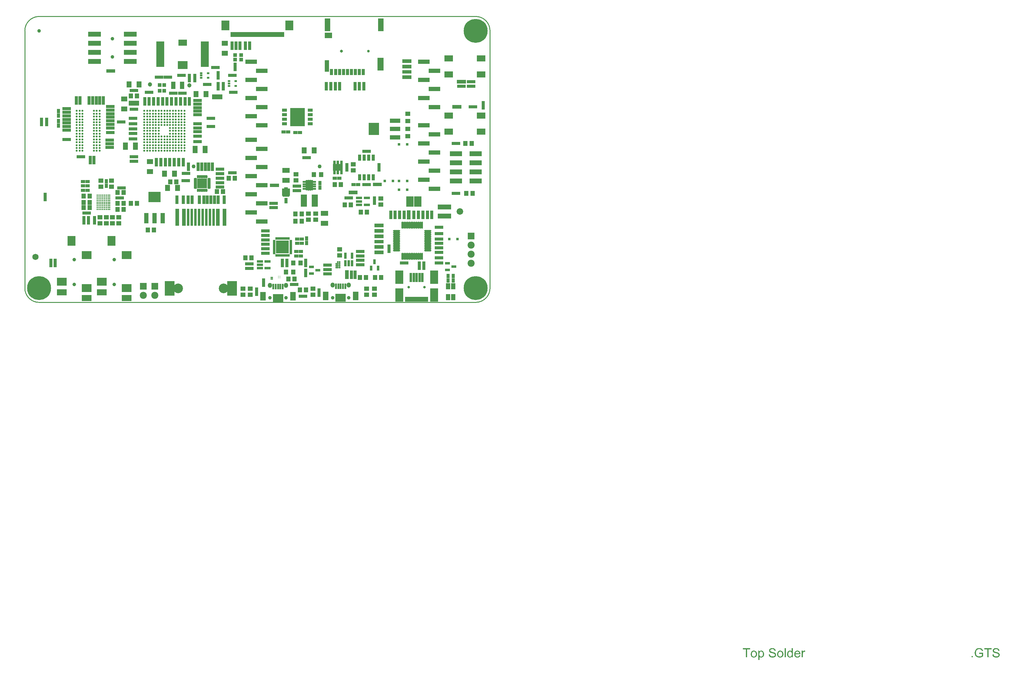
<source format=gts>
G04*
G04 #@! TF.GenerationSoftware,Altium Limited,Altium Designer,19.0.13 (425)*
G04*
G04 Layer_Color=8388736*
%FSLAX43Y43*%
%MOMM*%
G71*
G01*
G75*
%ADD12C,0.250*%
%ADD17R,0.503X0.803*%
%ADD18C,0.325*%
%ADD19R,2.003X3.003*%
%ADD20R,1.203X2.003*%
%ADD21R,4.100X5.100*%
%ADD22R,1.450X0.900*%
%ADD23R,6.403X1.403*%
%ADD24R,2.203X3.703*%
%ADD25R,0.703X2.503*%
%ADD26R,3.003X2.203*%
%ADD27R,0.603X1.553*%
%ADD28R,3.353X1.473*%
%ADD29R,3.780X1.370*%
%ADD30R,1.473X1.727*%
%ADD31R,3.603X1.403*%
%ADD32R,0.803X0.623*%
%ADD33R,1.653X0.753*%
%ADD34R,1.403X0.803*%
%ADD35R,2.903X1.203*%
%ADD36R,2.903X3.503*%
%ADD37R,0.803X0.653*%
%ADD38R,0.813X1.727*%
%ADD39C,1.194*%
%ADD40R,2.703X4.103*%
%ADD41R,1.003X4.803*%
%ADD42R,0.803X4.803*%
%ADD43R,2.300X7.200*%
%ADD44R,2.700X2.300*%
%ADD45O,2.007X0.460*%
%ADD46O,2.007X0.457*%
%ADD47O,0.460X2.007*%
%ADD48O,0.457X2.007*%
%ADD49R,2.103X2.843*%
%ADD50R,0.903X0.603*%
%ADD51R,0.803X0.503*%
%ADD52R,3.603X3.603*%
%ADD53O,0.893X0.483*%
%ADD54O,0.483X0.893*%
%ADD55R,2.703X2.703*%
%ADD56R,0.900X1.700*%
%ADD57R,1.300X3.200*%
%ADD58R,1.700X3.600*%
%ADD59R,1.500X3.600*%
%ADD60R,1.600X3.600*%
%ADD61R,2.050X1.500*%
%ADD62R,2.703X1.703*%
%ADD63R,2.703X2.203*%
%ADD64R,2.203X2.703*%
%ADD65R,1.100X1.100*%
%ADD66C,0.457*%
%ADD67R,1.303X1.703*%
%ADD68R,0.503X1.453*%
%ADD69C,0.523*%
%ADD70P,0.599X8X22.5*%
%ADD71R,3.203X1.223*%
%ADD72R,2.233X2.023*%
%ADD73R,0.953X1.583*%
%ADD74R,2.703X1.953*%
%ADD75R,0.703X1.003*%
%ADD76R,2.363X1.723*%
%ADD77C,0.453*%
%ADD78C,0.423*%
%ADD79P,0.599X8X292.5*%
%ADD80R,1.803X3.403*%
%ADD81R,1.473X2.032*%
%ADD82R,1.219X1.473*%
%ADD83R,1.473X1.219*%
%ADD84R,1.453X1.403*%
%ADD85R,1.303X1.403*%
%ADD86R,1.403X1.303*%
%ADD87R,1.165X0.965*%
%ADD88R,0.965X1.165*%
%ADD89R,2.032X1.473*%
%ADD90R,0.803X1.403*%
%ADD91R,1.100X1.100*%
%ADD92R,1.727X1.473*%
%ADD93R,0.753X1.653*%
%ADD94R,1.203X2.903*%
%ADD95R,3.503X2.903*%
%ADD96C,1.100*%
%ADD97C,0.703*%
%ADD98C,1.003*%
%ADD99O,1.203X1.403*%
%ADD100R,1.603X2.353*%
%ADD101C,1.830*%
%ADD102C,1.981*%
%ADD103R,1.981X1.981*%
%ADD104C,1.727*%
%ADD105C,2.703*%
%ADD106R,2.400X1.700*%
%ADD107C,0.800*%
%ADD108C,0.750*%
%ADD109C,6.703*%
G36*
X44277Y19099D02*
Y21979D01*
X45072Y21979D01*
X45072Y19099D01*
X44277D01*
D02*
G37*
G36*
X48011Y18244D02*
X45131D01*
X45131Y19039D01*
X48011Y19039D01*
Y18244D01*
D02*
G37*
G36*
X48867Y21979D02*
Y19099D01*
X48072Y19099D01*
X48072Y21979D01*
X48867D01*
D02*
G37*
G36*
X28725Y43700D02*
X26350D01*
Y42300D01*
X28725D01*
Y43700D01*
D02*
G37*
G36*
X19750Y51500D02*
X22250D01*
Y52500D01*
X19750D01*
Y51500D01*
D02*
G37*
G36*
X45132Y22834D02*
X48012D01*
X48012Y22039D01*
X45132Y22039D01*
Y22834D01*
D02*
G37*
G36*
X49525Y44050D02*
X51900D01*
Y45450D01*
X49525D01*
Y44050D01*
D02*
G37*
G36*
X66980Y4650D02*
Y850D01*
X66320D01*
Y4650D01*
X66980D01*
D02*
G37*
G36*
X67100Y730D02*
X70900D01*
X70900Y70D01*
X67100Y70D01*
Y730D01*
D02*
G37*
G36*
X71680Y4650D02*
Y850D01*
X71020D01*
Y4650D01*
X71680D01*
D02*
G37*
G36*
X86500Y-3750D02*
Y-6250D01*
X87500D01*
Y-3750D01*
X86500D01*
D02*
G37*
G36*
X76850Y21275D02*
X77400D01*
Y18725D01*
X76850D01*
Y18425D01*
X76700D01*
Y18725D01*
X76300D01*
Y18425D01*
X76150D01*
Y18725D01*
X75600D01*
Y21275D01*
X76150D01*
Y21575D01*
X76300D01*
Y21275D01*
X76700D01*
Y21575D01*
X76850D01*
Y21275D01*
D02*
G37*
G36*
X68000Y19500D02*
X65500D01*
Y20500D01*
X68000D01*
Y19500D01*
D02*
G37*
G36*
X70500Y18050D02*
X70950D01*
Y16850D01*
X69050D01*
Y18050D01*
X69500D01*
Y19450D01*
X70500D01*
Y18050D01*
D02*
G37*
G36*
X70900Y4780D02*
X67100Y4780D01*
Y5430D01*
X70900D01*
X70900Y4780D01*
D02*
G37*
G36*
X97250Y1750D02*
X94750D01*
Y750D01*
X97250D01*
Y1750D01*
D02*
G37*
G36*
Y3250D02*
X94750D01*
Y2250D01*
X97250D01*
Y3250D01*
D02*
G37*
G36*
Y4750D02*
X94750D01*
Y3750D01*
X97250D01*
Y4750D01*
D02*
G37*
G36*
Y6250D02*
X94750D01*
Y5250D01*
X97250D01*
Y6250D01*
D02*
G37*
G36*
X90000Y17500D02*
X87500D01*
Y18500D01*
X90000D01*
Y17500D01*
D02*
G37*
G36*
X104750Y10500D02*
X103750D01*
Y13000D01*
X104750D01*
Y10500D01*
D02*
G37*
G36*
X97250Y8250D02*
X94750D01*
Y9250D01*
X97250D01*
Y8250D01*
D02*
G37*
G36*
Y6750D02*
X94750D01*
Y7750D01*
X97250D01*
Y6750D01*
D02*
G37*
G36*
X94250Y19750D02*
X96750D01*
Y20750D01*
X94250D01*
Y19750D01*
D02*
G37*
G36*
X119000Y42500D02*
X116500D01*
Y41500D01*
X119000D01*
Y42500D01*
D02*
G37*
G36*
X102500Y49750D02*
X105000D01*
Y50750D01*
X102500D01*
Y49750D01*
D02*
G37*
G36*
X117750Y48500D02*
X120250D01*
Y49500D01*
X117750D01*
Y48500D01*
D02*
G37*
G36*
X102500Y51250D02*
X105000D01*
Y52250D01*
X102500D01*
Y51250D01*
D02*
G37*
G36*
Y52750D02*
X105000D01*
Y53750D01*
X102500D01*
Y52750D01*
D02*
G37*
G36*
Y54250D02*
X105000D01*
Y55250D01*
X102500D01*
Y54250D01*
D02*
G37*
G36*
X205968Y-109472D02*
X205994D01*
X206064Y-109479D01*
X206142Y-109490D01*
X206223Y-109509D01*
X206312Y-109531D01*
X206394Y-109560D01*
X206397D01*
X206405Y-109564D01*
X206416Y-109572D01*
X206431Y-109579D01*
X206468Y-109598D01*
X206516Y-109631D01*
X206571Y-109668D01*
X206627Y-109716D01*
X206679Y-109772D01*
X206727Y-109835D01*
Y-109838D01*
X206731Y-109842D01*
X206738Y-109853D01*
X206745Y-109864D01*
X206764Y-109901D01*
X206786Y-109949D01*
X206812Y-110009D01*
X206831Y-110079D01*
X206849Y-110153D01*
X206857Y-110234D01*
X206531Y-110260D01*
Y-110257D01*
Y-110249D01*
X206527Y-110238D01*
X206523Y-110220D01*
X206512Y-110179D01*
X206497Y-110123D01*
X206475Y-110064D01*
X206442Y-110005D01*
X206401Y-109949D01*
X206349Y-109897D01*
X206342Y-109894D01*
X206323Y-109879D01*
X206286Y-109857D01*
X206238Y-109835D01*
X206175Y-109812D01*
X206101Y-109790D01*
X206009Y-109775D01*
X205905Y-109772D01*
X205853D01*
X205831Y-109775D01*
X205801Y-109779D01*
X205734Y-109786D01*
X205660Y-109801D01*
X205586Y-109820D01*
X205516Y-109849D01*
X205486Y-109868D01*
X205457Y-109886D01*
X205449Y-109890D01*
X205434Y-109905D01*
X205412Y-109931D01*
X205390Y-109960D01*
X205364Y-110001D01*
X205342Y-110046D01*
X205327Y-110097D01*
X205320Y-110157D01*
Y-110164D01*
Y-110179D01*
X205323Y-110205D01*
X205331Y-110234D01*
X205342Y-110271D01*
X205360Y-110309D01*
X205383Y-110346D01*
X205416Y-110383D01*
X205420Y-110386D01*
X205438Y-110397D01*
X205453Y-110409D01*
X205468Y-110416D01*
X205490Y-110427D01*
X205516Y-110442D01*
X205549Y-110453D01*
X205586Y-110468D01*
X205627Y-110483D01*
X205675Y-110501D01*
X205727Y-110516D01*
X205786Y-110534D01*
X205853Y-110549D01*
X205927Y-110568D01*
X205931D01*
X205946Y-110571D01*
X205968Y-110575D01*
X205994Y-110583D01*
X206027Y-110590D01*
X206068Y-110601D01*
X206109Y-110612D01*
X206153Y-110623D01*
X206249Y-110649D01*
X206342Y-110675D01*
X206386Y-110690D01*
X206427Y-110705D01*
X206464Y-110716D01*
X206494Y-110731D01*
X206497D01*
X206505Y-110734D01*
X206516Y-110742D01*
X206531Y-110749D01*
X206571Y-110771D01*
X206620Y-110801D01*
X206675Y-110842D01*
X206731Y-110886D01*
X206783Y-110938D01*
X206827Y-110994D01*
X206831Y-111001D01*
X206845Y-111020D01*
X206860Y-111053D01*
X206882Y-111097D01*
X206901Y-111149D01*
X206920Y-111212D01*
X206931Y-111283D01*
X206934Y-111357D01*
Y-111360D01*
Y-111364D01*
Y-111375D01*
Y-111390D01*
X206927Y-111431D01*
X206920Y-111482D01*
X206905Y-111542D01*
X206886Y-111605D01*
X206857Y-111671D01*
X206816Y-111742D01*
Y-111745D01*
X206812Y-111749D01*
X206794Y-111771D01*
X206768Y-111805D01*
X206731Y-111842D01*
X206683Y-111886D01*
X206623Y-111934D01*
X206557Y-111979D01*
X206479Y-112019D01*
X206475D01*
X206468Y-112023D01*
X206457Y-112027D01*
X206442Y-112034D01*
X206420Y-112042D01*
X206394Y-112053D01*
X206334Y-112068D01*
X206264Y-112086D01*
X206179Y-112105D01*
X206086Y-112116D01*
X205986Y-112119D01*
X205927D01*
X205897Y-112116D01*
X205864D01*
X205827Y-112112D01*
X205783Y-112108D01*
X205690Y-112094D01*
X205594Y-112079D01*
X205497Y-112053D01*
X205405Y-112019D01*
X205401D01*
X205394Y-112016D01*
X205383Y-112008D01*
X205368Y-112001D01*
X205323Y-111979D01*
X205272Y-111945D01*
X205212Y-111901D01*
X205149Y-111849D01*
X205090Y-111786D01*
X205035Y-111716D01*
Y-111712D01*
X205027Y-111705D01*
X205023Y-111694D01*
X205012Y-111679D01*
X205005Y-111660D01*
X204994Y-111638D01*
X204968Y-111582D01*
X204942Y-111512D01*
X204920Y-111434D01*
X204905Y-111345D01*
X204898Y-111253D01*
X205216Y-111223D01*
Y-111227D01*
Y-111231D01*
X205220Y-111242D01*
Y-111257D01*
X205227Y-111290D01*
X205238Y-111338D01*
X205253Y-111386D01*
X205268Y-111442D01*
X205294Y-111494D01*
X205320Y-111542D01*
X205323Y-111545D01*
X205335Y-111560D01*
X205353Y-111586D01*
X205383Y-111612D01*
X205420Y-111645D01*
X205460Y-111679D01*
X205516Y-111712D01*
X205575Y-111742D01*
X205579D01*
X205583Y-111745D01*
X205594Y-111749D01*
X205605Y-111753D01*
X205642Y-111764D01*
X205690Y-111779D01*
X205749Y-111794D01*
X205816Y-111805D01*
X205890Y-111812D01*
X205971Y-111816D01*
X206005D01*
X206042Y-111812D01*
X206086Y-111808D01*
X206138Y-111801D01*
X206197Y-111794D01*
X206257Y-111779D01*
X206312Y-111760D01*
X206320Y-111757D01*
X206338Y-111749D01*
X206364Y-111734D01*
X206397Y-111719D01*
X206431Y-111694D01*
X206468Y-111668D01*
X206505Y-111638D01*
X206534Y-111601D01*
X206538Y-111597D01*
X206545Y-111582D01*
X206557Y-111564D01*
X206571Y-111534D01*
X206586Y-111505D01*
X206597Y-111468D01*
X206605Y-111427D01*
X206608Y-111382D01*
Y-111379D01*
Y-111360D01*
X206605Y-111338D01*
X206601Y-111308D01*
X206590Y-111279D01*
X206579Y-111242D01*
X206560Y-111205D01*
X206534Y-111171D01*
X206531Y-111168D01*
X206520Y-111157D01*
X206505Y-111142D01*
X206479Y-111120D01*
X206449Y-111097D01*
X206408Y-111071D01*
X206360Y-111046D01*
X206305Y-111023D01*
X206301Y-111020D01*
X206283Y-111016D01*
X206253Y-111005D01*
X206234Y-111001D01*
X206208Y-110994D01*
X206183Y-110983D01*
X206149Y-110975D01*
X206112Y-110964D01*
X206068Y-110953D01*
X206023Y-110942D01*
X205971Y-110927D01*
X205912Y-110912D01*
X205849Y-110897D01*
X205846D01*
X205834Y-110894D01*
X205816Y-110890D01*
X205794Y-110883D01*
X205764Y-110875D01*
X205731Y-110868D01*
X205657Y-110846D01*
X205575Y-110820D01*
X205490Y-110794D01*
X205416Y-110768D01*
X205383Y-110753D01*
X205353Y-110738D01*
X205349D01*
X205346Y-110734D01*
X205323Y-110720D01*
X205290Y-110701D01*
X205253Y-110671D01*
X205209Y-110638D01*
X205164Y-110597D01*
X205120Y-110549D01*
X205083Y-110497D01*
X205079Y-110490D01*
X205068Y-110471D01*
X205053Y-110442D01*
X205038Y-110405D01*
X205023Y-110357D01*
X205009Y-110301D01*
X204997Y-110242D01*
X204994Y-110179D01*
Y-110175D01*
Y-110172D01*
Y-110160D01*
Y-110146D01*
X205001Y-110109D01*
X205009Y-110060D01*
X205020Y-110005D01*
X205038Y-109942D01*
X205064Y-109879D01*
X205101Y-109816D01*
Y-109812D01*
X205105Y-109809D01*
X205123Y-109786D01*
X205149Y-109757D01*
X205183Y-109720D01*
X205227Y-109679D01*
X205283Y-109635D01*
X205349Y-109594D01*
X205423Y-109557D01*
X205427D01*
X205434Y-109553D01*
X205446Y-109549D01*
X205460Y-109542D01*
X205479Y-109535D01*
X205505Y-109527D01*
X205560Y-109512D01*
X205631Y-109498D01*
X205712Y-109483D01*
X205797Y-109472D01*
X205894Y-109468D01*
X205942D01*
X205968Y-109472D01*
D02*
G37*
G36*
X211641Y-112075D02*
X211349D01*
Y-111842D01*
X211345Y-111845D01*
X211341Y-111853D01*
X211330Y-111868D01*
X211315Y-111886D01*
X211297Y-111905D01*
X211275Y-111927D01*
X211249Y-111953D01*
X211215Y-111979D01*
X211182Y-112005D01*
X211145Y-112031D01*
X211101Y-112053D01*
X211052Y-112071D01*
X211004Y-112090D01*
X210949Y-112105D01*
X210889Y-112112D01*
X210827Y-112116D01*
X210804D01*
X210790Y-112112D01*
X210745Y-112108D01*
X210693Y-112101D01*
X210630Y-112086D01*
X210560Y-112064D01*
X210490Y-112034D01*
X210419Y-111994D01*
X210415D01*
X210412Y-111986D01*
X210390Y-111971D01*
X210356Y-111942D01*
X210315Y-111905D01*
X210267Y-111857D01*
X210219Y-111797D01*
X210171Y-111731D01*
X210130Y-111653D01*
Y-111649D01*
X210127Y-111642D01*
X210123Y-111631D01*
X210115Y-111616D01*
X210108Y-111594D01*
X210097Y-111568D01*
X210090Y-111542D01*
X210082Y-111508D01*
X210064Y-111434D01*
X210045Y-111349D01*
X210034Y-111253D01*
X210030Y-111149D01*
Y-111145D01*
Y-111138D01*
Y-111123D01*
Y-111101D01*
X210034Y-111079D01*
Y-111049D01*
X210041Y-110983D01*
X210053Y-110905D01*
X210071Y-110820D01*
X210093Y-110731D01*
X210123Y-110646D01*
Y-110642D01*
X210127Y-110634D01*
X210134Y-110623D01*
X210141Y-110608D01*
X210164Y-110568D01*
X210193Y-110516D01*
X210230Y-110460D01*
X210278Y-110405D01*
X210334Y-110346D01*
X210401Y-110297D01*
X210404D01*
X210408Y-110294D01*
X210419Y-110286D01*
X210434Y-110279D01*
X210471Y-110260D01*
X210523Y-110234D01*
X210582Y-110212D01*
X210652Y-110194D01*
X210730Y-110179D01*
X210812Y-110175D01*
X210841D01*
X210871Y-110179D01*
X210912Y-110183D01*
X210960Y-110194D01*
X211012Y-110205D01*
X211064Y-110223D01*
X211112Y-110249D01*
X211119Y-110253D01*
X211134Y-110260D01*
X211156Y-110279D01*
X211186Y-110297D01*
X211223Y-110323D01*
X211256Y-110357D01*
X211293Y-110390D01*
X211326Y-110431D01*
Y-109512D01*
X211641D01*
Y-112075D01*
D02*
G37*
G36*
X202864Y-110179D02*
X202890Y-110183D01*
X202946Y-110190D01*
X203013Y-110205D01*
X203083Y-110227D01*
X203153Y-110260D01*
X203224Y-110301D01*
X203227D01*
X203231Y-110309D01*
X203253Y-110323D01*
X203287Y-110353D01*
X203327Y-110390D01*
X203372Y-110438D01*
X203416Y-110497D01*
X203461Y-110568D01*
X203498Y-110646D01*
Y-110649D01*
X203501Y-110657D01*
X203505Y-110668D01*
X203512Y-110683D01*
X203520Y-110705D01*
X203527Y-110731D01*
X203546Y-110790D01*
X203564Y-110864D01*
X203579Y-110946D01*
X203590Y-111038D01*
X203594Y-111134D01*
Y-111138D01*
Y-111145D01*
Y-111160D01*
Y-111183D01*
X203590Y-111208D01*
Y-111238D01*
X203583Y-111305D01*
X203568Y-111386D01*
X203550Y-111471D01*
X203524Y-111560D01*
X203490Y-111649D01*
Y-111653D01*
X203487Y-111660D01*
X203479Y-111671D01*
X203472Y-111686D01*
X203446Y-111727D01*
X203412Y-111779D01*
X203372Y-111834D01*
X203320Y-111890D01*
X203261Y-111945D01*
X203190Y-111997D01*
X203187D01*
X203183Y-112001D01*
X203172Y-112008D01*
X203157Y-112016D01*
X203120Y-112034D01*
X203068Y-112057D01*
X203005Y-112079D01*
X202938Y-112097D01*
X202861Y-112112D01*
X202783Y-112116D01*
X202757D01*
X202727Y-112112D01*
X202690Y-112108D01*
X202646Y-112101D01*
X202598Y-112090D01*
X202550Y-112075D01*
X202501Y-112053D01*
X202498Y-112049D01*
X202479Y-112042D01*
X202457Y-112027D01*
X202427Y-112005D01*
X202398Y-111982D01*
X202361Y-111953D01*
X202327Y-111919D01*
X202298Y-111882D01*
Y-112786D01*
X201983D01*
Y-110216D01*
X202268D01*
Y-110460D01*
X202272Y-110453D01*
X202287Y-110438D01*
X202305Y-110412D01*
X202335Y-110383D01*
X202368Y-110346D01*
X202405Y-110312D01*
X202450Y-110279D01*
X202494Y-110249D01*
X202501Y-110246D01*
X202516Y-110238D01*
X202546Y-110227D01*
X202583Y-110212D01*
X202627Y-110197D01*
X202679Y-110186D01*
X202738Y-110179D01*
X202805Y-110175D01*
X202846D01*
X202864Y-110179D01*
D02*
G37*
G36*
X214874D02*
X214915Y-110186D01*
X214963Y-110201D01*
X215015Y-110220D01*
X215074Y-110246D01*
X215137Y-110279D01*
X215022Y-110568D01*
X215019Y-110564D01*
X215004Y-110557D01*
X214982Y-110546D01*
X214952Y-110534D01*
X214919Y-110523D01*
X214878Y-110512D01*
X214837Y-110505D01*
X214796Y-110501D01*
X214778D01*
X214759Y-110505D01*
X214734Y-110509D01*
X214708Y-110516D01*
X214674Y-110527D01*
X214641Y-110542D01*
X214611Y-110564D01*
X214608Y-110568D01*
X214597Y-110575D01*
X214585Y-110590D01*
X214567Y-110608D01*
X214548Y-110634D01*
X214530Y-110664D01*
X214511Y-110697D01*
X214497Y-110738D01*
X214493Y-110746D01*
X214489Y-110768D01*
X214482Y-110801D01*
X214471Y-110846D01*
X214459Y-110901D01*
X214452Y-110964D01*
X214448Y-111031D01*
X214445Y-111105D01*
Y-112075D01*
X214130D01*
Y-110216D01*
X214415D01*
Y-110497D01*
X214419Y-110494D01*
X214434Y-110468D01*
X214452Y-110434D01*
X214482Y-110394D01*
X214511Y-110353D01*
X214545Y-110309D01*
X214578Y-110271D01*
X214611Y-110242D01*
X214615Y-110238D01*
X214626Y-110231D01*
X214648Y-110220D01*
X214671Y-110209D01*
X214700Y-110197D01*
X214737Y-110186D01*
X214774Y-110179D01*
X214815Y-110175D01*
X214841D01*
X214874Y-110179D01*
D02*
G37*
G36*
X209660Y-112075D02*
X209345D01*
Y-109512D01*
X209660D01*
Y-112075D01*
D02*
G37*
G36*
X199680Y-109816D02*
X198835D01*
Y-112075D01*
X198494D01*
Y-109816D01*
X197650D01*
Y-109512D01*
X199680D01*
Y-109816D01*
D02*
G37*
G36*
X212963Y-110179D02*
X212993Y-110183D01*
X213030Y-110190D01*
X213071Y-110197D01*
X213119Y-110209D01*
X213163Y-110220D01*
X213215Y-110238D01*
X213263Y-110257D01*
X213315Y-110283D01*
X213367Y-110312D01*
X213419Y-110346D01*
X213467Y-110386D01*
X213511Y-110431D01*
X213515Y-110434D01*
X213523Y-110442D01*
X213534Y-110457D01*
X213548Y-110479D01*
X213567Y-110505D01*
X213585Y-110534D01*
X213608Y-110571D01*
X213630Y-110616D01*
X213652Y-110664D01*
X213674Y-110716D01*
X213693Y-110775D01*
X213711Y-110838D01*
X213726Y-110908D01*
X213737Y-110983D01*
X213745Y-111060D01*
X213748Y-111145D01*
Y-111149D01*
Y-111164D01*
Y-111190D01*
X213745Y-111227D01*
X212356D01*
Y-111231D01*
Y-111242D01*
X212360Y-111257D01*
Y-111279D01*
X212363Y-111305D01*
X212371Y-111334D01*
X212382Y-111401D01*
X212404Y-111475D01*
X212434Y-111557D01*
X212475Y-111631D01*
X212526Y-111697D01*
X212530D01*
X212534Y-111705D01*
X212556Y-111723D01*
X212589Y-111749D01*
X212634Y-111775D01*
X212693Y-111805D01*
X212760Y-111831D01*
X212834Y-111849D01*
X212874Y-111853D01*
X212919Y-111857D01*
X212949D01*
X212982Y-111853D01*
X213023Y-111845D01*
X213067Y-111834D01*
X213119Y-111819D01*
X213167Y-111797D01*
X213215Y-111768D01*
X213219Y-111764D01*
X213237Y-111749D01*
X213260Y-111727D01*
X213286Y-111697D01*
X213315Y-111657D01*
X213348Y-111605D01*
X213382Y-111545D01*
X213411Y-111475D01*
X213737Y-111516D01*
Y-111520D01*
X213734Y-111527D01*
X213730Y-111542D01*
X213723Y-111564D01*
X213711Y-111586D01*
X213700Y-111616D01*
X213671Y-111679D01*
X213634Y-111749D01*
X213582Y-111823D01*
X213523Y-111894D01*
X213448Y-111960D01*
X213445D01*
X213437Y-111968D01*
X213426Y-111975D01*
X213411Y-111986D01*
X213389Y-111997D01*
X213367Y-112008D01*
X213337Y-112023D01*
X213304Y-112038D01*
X213267Y-112053D01*
X213230Y-112068D01*
X213137Y-112090D01*
X213034Y-112108D01*
X212919Y-112116D01*
X212878D01*
X212852Y-112112D01*
X212819Y-112108D01*
X212778Y-112101D01*
X212734Y-112094D01*
X212686Y-112086D01*
X212582Y-112057D01*
X212526Y-112034D01*
X212475Y-112012D01*
X212419Y-111982D01*
X212367Y-111949D01*
X212319Y-111912D01*
X212271Y-111868D01*
X212267Y-111864D01*
X212260Y-111857D01*
X212249Y-111842D01*
X212234Y-111819D01*
X212215Y-111794D01*
X212197Y-111764D01*
X212175Y-111727D01*
X212152Y-111686D01*
X212130Y-111638D01*
X212108Y-111586D01*
X212089Y-111527D01*
X212071Y-111464D01*
X212056Y-111397D01*
X212045Y-111323D01*
X212038Y-111245D01*
X212034Y-111164D01*
Y-111160D01*
Y-111142D01*
Y-111120D01*
X212038Y-111086D01*
X212041Y-111046D01*
X212045Y-111001D01*
X212052Y-110949D01*
X212063Y-110897D01*
X212093Y-110779D01*
X212112Y-110720D01*
X212134Y-110657D01*
X212163Y-110597D01*
X212197Y-110542D01*
X212234Y-110486D01*
X212275Y-110434D01*
X212278Y-110431D01*
X212286Y-110423D01*
X212300Y-110412D01*
X212319Y-110394D01*
X212341Y-110375D01*
X212371Y-110353D01*
X212404Y-110327D01*
X212445Y-110305D01*
X212486Y-110279D01*
X212534Y-110257D01*
X212586Y-110234D01*
X212641Y-110216D01*
X212700Y-110197D01*
X212763Y-110186D01*
X212830Y-110179D01*
X212900Y-110175D01*
X212937D01*
X212963Y-110179D01*
D02*
G37*
G36*
X208175D02*
X208208Y-110183D01*
X208245Y-110190D01*
X208286Y-110197D01*
X208334Y-110205D01*
X208434Y-110238D01*
X208486Y-110257D01*
X208538Y-110283D01*
X208590Y-110309D01*
X208642Y-110346D01*
X208690Y-110383D01*
X208738Y-110427D01*
X208742Y-110431D01*
X208749Y-110438D01*
X208760Y-110453D01*
X208775Y-110471D01*
X208793Y-110497D01*
X208816Y-110531D01*
X208838Y-110568D01*
X208860Y-110608D01*
X208882Y-110653D01*
X208905Y-110708D01*
X208927Y-110764D01*
X208945Y-110827D01*
X208960Y-110894D01*
X208971Y-110964D01*
X208979Y-111038D01*
X208982Y-111120D01*
Y-111123D01*
Y-111134D01*
Y-111153D01*
Y-111179D01*
X208979Y-111208D01*
X208975Y-111245D01*
Y-111283D01*
X208967Y-111323D01*
X208956Y-111416D01*
X208934Y-111508D01*
X208908Y-111601D01*
X208871Y-111686D01*
Y-111690D01*
X208867Y-111694D01*
X208860Y-111705D01*
X208853Y-111719D01*
X208827Y-111757D01*
X208793Y-111801D01*
X208749Y-111853D01*
X208693Y-111905D01*
X208630Y-111957D01*
X208556Y-112005D01*
X208553D01*
X208549Y-112008D01*
X208538Y-112016D01*
X208519Y-112023D01*
X208501Y-112031D01*
X208479Y-112038D01*
X208423Y-112060D01*
X208360Y-112079D01*
X208282Y-112097D01*
X208201Y-112112D01*
X208112Y-112116D01*
X208075D01*
X208045Y-112112D01*
X208012Y-112108D01*
X207975Y-112101D01*
X207931Y-112094D01*
X207886Y-112086D01*
X207786Y-112057D01*
X207731Y-112034D01*
X207679Y-112012D01*
X207627Y-111982D01*
X207575Y-111949D01*
X207527Y-111912D01*
X207479Y-111868D01*
X207475Y-111864D01*
X207468Y-111857D01*
X207457Y-111842D01*
X207442Y-111819D01*
X207423Y-111794D01*
X207405Y-111764D01*
X207382Y-111727D01*
X207360Y-111682D01*
X207338Y-111634D01*
X207316Y-111579D01*
X207297Y-111520D01*
X207279Y-111457D01*
X207264Y-111386D01*
X207253Y-111312D01*
X207245Y-111231D01*
X207242Y-111145D01*
Y-111138D01*
Y-111123D01*
X207245Y-111097D01*
Y-111060D01*
X207249Y-111020D01*
X207257Y-110968D01*
X207264Y-110916D01*
X207279Y-110857D01*
X207294Y-110797D01*
X207312Y-110734D01*
X207334Y-110668D01*
X207364Y-110605D01*
X207394Y-110546D01*
X207434Y-110486D01*
X207475Y-110431D01*
X207527Y-110383D01*
X207531Y-110379D01*
X207538Y-110375D01*
X207553Y-110364D01*
X207571Y-110349D01*
X207594Y-110334D01*
X207623Y-110316D01*
X207653Y-110297D01*
X207690Y-110279D01*
X207731Y-110260D01*
X207775Y-110242D01*
X207875Y-110209D01*
X207990Y-110183D01*
X208049Y-110179D01*
X208112Y-110175D01*
X208149D01*
X208175Y-110179D01*
D02*
G37*
G36*
X200805D02*
X200839Y-110183D01*
X200876Y-110190D01*
X200916Y-110197D01*
X200965Y-110205D01*
X201065Y-110238D01*
X201116Y-110257D01*
X201168Y-110283D01*
X201220Y-110309D01*
X201272Y-110346D01*
X201320Y-110383D01*
X201368Y-110427D01*
X201372Y-110431D01*
X201379Y-110438D01*
X201390Y-110453D01*
X201405Y-110471D01*
X201424Y-110497D01*
X201446Y-110531D01*
X201468Y-110568D01*
X201490Y-110608D01*
X201513Y-110653D01*
X201535Y-110708D01*
X201557Y-110764D01*
X201576Y-110827D01*
X201590Y-110894D01*
X201602Y-110964D01*
X201609Y-111038D01*
X201613Y-111120D01*
Y-111123D01*
Y-111134D01*
Y-111153D01*
Y-111179D01*
X201609Y-111208D01*
X201605Y-111245D01*
Y-111283D01*
X201598Y-111323D01*
X201587Y-111416D01*
X201565Y-111508D01*
X201539Y-111601D01*
X201502Y-111686D01*
Y-111690D01*
X201498Y-111694D01*
X201490Y-111705D01*
X201483Y-111719D01*
X201457Y-111757D01*
X201424Y-111801D01*
X201379Y-111853D01*
X201324Y-111905D01*
X201261Y-111957D01*
X201187Y-112005D01*
X201183D01*
X201179Y-112008D01*
X201168Y-112016D01*
X201150Y-112023D01*
X201131Y-112031D01*
X201109Y-112038D01*
X201053Y-112060D01*
X200991Y-112079D01*
X200913Y-112097D01*
X200831Y-112112D01*
X200742Y-112116D01*
X200705D01*
X200676Y-112112D01*
X200642Y-112108D01*
X200605Y-112101D01*
X200561Y-112094D01*
X200516Y-112086D01*
X200417Y-112057D01*
X200361Y-112034D01*
X200309Y-112012D01*
X200257Y-111982D01*
X200205Y-111949D01*
X200157Y-111912D01*
X200109Y-111868D01*
X200105Y-111864D01*
X200098Y-111857D01*
X200087Y-111842D01*
X200072Y-111819D01*
X200054Y-111794D01*
X200035Y-111764D01*
X200013Y-111727D01*
X199991Y-111682D01*
X199968Y-111634D01*
X199946Y-111579D01*
X199928Y-111520D01*
X199909Y-111457D01*
X199894Y-111386D01*
X199883Y-111312D01*
X199876Y-111231D01*
X199872Y-111145D01*
Y-111138D01*
Y-111123D01*
X199876Y-111097D01*
Y-111060D01*
X199880Y-111020D01*
X199887Y-110968D01*
X199894Y-110916D01*
X199909Y-110857D01*
X199924Y-110797D01*
X199942Y-110734D01*
X199965Y-110668D01*
X199994Y-110605D01*
X200024Y-110546D01*
X200065Y-110486D01*
X200105Y-110431D01*
X200157Y-110383D01*
X200161Y-110379D01*
X200168Y-110375D01*
X200183Y-110364D01*
X200202Y-110349D01*
X200224Y-110334D01*
X200254Y-110316D01*
X200283Y-110297D01*
X200320Y-110279D01*
X200361Y-110260D01*
X200405Y-110242D01*
X200505Y-110209D01*
X200620Y-110183D01*
X200679Y-110179D01*
X200742Y-110175D01*
X200779D01*
X200805Y-110179D01*
D02*
G37*
G36*
X268477Y-109472D02*
X268503D01*
X268573Y-109479D01*
X268651Y-109490D01*
X268733Y-109509D01*
X268821Y-109531D01*
X268903Y-109560D01*
X268907D01*
X268914Y-109564D01*
X268925Y-109572D01*
X268940Y-109579D01*
X268977Y-109598D01*
X269025Y-109631D01*
X269081Y-109668D01*
X269136Y-109716D01*
X269188Y-109772D01*
X269236Y-109835D01*
Y-109838D01*
X269240Y-109842D01*
X269247Y-109853D01*
X269255Y-109864D01*
X269273Y-109901D01*
X269296Y-109949D01*
X269321Y-110009D01*
X269340Y-110079D01*
X269358Y-110153D01*
X269366Y-110234D01*
X269040Y-110260D01*
Y-110257D01*
Y-110249D01*
X269036Y-110238D01*
X269033Y-110220D01*
X269021Y-110179D01*
X269007Y-110123D01*
X268984Y-110064D01*
X268951Y-110005D01*
X268910Y-109949D01*
X268859Y-109897D01*
X268851Y-109894D01*
X268833Y-109879D01*
X268796Y-109857D01*
X268747Y-109835D01*
X268684Y-109812D01*
X268610Y-109790D01*
X268518Y-109775D01*
X268414Y-109772D01*
X268362D01*
X268340Y-109775D01*
X268310Y-109779D01*
X268244Y-109786D01*
X268170Y-109801D01*
X268096Y-109820D01*
X268025Y-109849D01*
X267996Y-109868D01*
X267966Y-109886D01*
X267959Y-109890D01*
X267944Y-109905D01*
X267922Y-109931D01*
X267899Y-109960D01*
X267873Y-110001D01*
X267851Y-110046D01*
X267836Y-110097D01*
X267829Y-110157D01*
Y-110164D01*
Y-110179D01*
X267833Y-110205D01*
X267840Y-110234D01*
X267851Y-110271D01*
X267870Y-110309D01*
X267892Y-110346D01*
X267925Y-110383D01*
X267929Y-110386D01*
X267948Y-110397D01*
X267962Y-110409D01*
X267977Y-110416D01*
X267999Y-110427D01*
X268025Y-110442D01*
X268059Y-110453D01*
X268096Y-110468D01*
X268136Y-110483D01*
X268185Y-110501D01*
X268236Y-110516D01*
X268296Y-110534D01*
X268362Y-110549D01*
X268436Y-110568D01*
X268440D01*
X268455Y-110571D01*
X268477Y-110575D01*
X268503Y-110583D01*
X268536Y-110590D01*
X268577Y-110601D01*
X268618Y-110612D01*
X268662Y-110623D01*
X268759Y-110649D01*
X268851Y-110675D01*
X268896Y-110690D01*
X268936Y-110705D01*
X268973Y-110716D01*
X269003Y-110731D01*
X269007D01*
X269014Y-110734D01*
X269025Y-110742D01*
X269040Y-110749D01*
X269081Y-110771D01*
X269129Y-110801D01*
X269184Y-110842D01*
X269240Y-110886D01*
X269292Y-110938D01*
X269336Y-110994D01*
X269340Y-111001D01*
X269355Y-111020D01*
X269370Y-111053D01*
X269392Y-111097D01*
X269410Y-111149D01*
X269429Y-111212D01*
X269440Y-111283D01*
X269444Y-111357D01*
Y-111360D01*
Y-111364D01*
Y-111375D01*
Y-111390D01*
X269436Y-111431D01*
X269429Y-111482D01*
X269414Y-111542D01*
X269396Y-111605D01*
X269366Y-111671D01*
X269325Y-111742D01*
Y-111745D01*
X269321Y-111749D01*
X269303Y-111771D01*
X269277Y-111805D01*
X269240Y-111842D01*
X269192Y-111886D01*
X269133Y-111934D01*
X269066Y-111979D01*
X268988Y-112019D01*
X268984D01*
X268977Y-112023D01*
X268966Y-112027D01*
X268951Y-112034D01*
X268929Y-112042D01*
X268903Y-112053D01*
X268844Y-112068D01*
X268773Y-112086D01*
X268688Y-112105D01*
X268596Y-112116D01*
X268496Y-112119D01*
X268436D01*
X268407Y-112116D01*
X268373D01*
X268336Y-112112D01*
X268292Y-112108D01*
X268199Y-112094D01*
X268103Y-112079D01*
X268007Y-112053D01*
X267914Y-112019D01*
X267910D01*
X267903Y-112016D01*
X267892Y-112008D01*
X267877Y-112001D01*
X267833Y-111979D01*
X267781Y-111945D01*
X267722Y-111901D01*
X267659Y-111849D01*
X267599Y-111786D01*
X267544Y-111716D01*
Y-111712D01*
X267536Y-111705D01*
X267533Y-111694D01*
X267522Y-111679D01*
X267514Y-111660D01*
X267503Y-111638D01*
X267477Y-111582D01*
X267451Y-111512D01*
X267429Y-111434D01*
X267414Y-111345D01*
X267407Y-111253D01*
X267725Y-111223D01*
Y-111227D01*
Y-111231D01*
X267729Y-111242D01*
Y-111257D01*
X267736Y-111290D01*
X267748Y-111338D01*
X267762Y-111386D01*
X267777Y-111442D01*
X267803Y-111494D01*
X267829Y-111542D01*
X267833Y-111545D01*
X267844Y-111560D01*
X267862Y-111586D01*
X267892Y-111612D01*
X267929Y-111645D01*
X267970Y-111679D01*
X268025Y-111712D01*
X268085Y-111742D01*
X268088D01*
X268092Y-111745D01*
X268103Y-111749D01*
X268114Y-111753D01*
X268151Y-111764D01*
X268199Y-111779D01*
X268259Y-111794D01*
X268325Y-111805D01*
X268399Y-111812D01*
X268481Y-111816D01*
X268514D01*
X268551Y-111812D01*
X268596Y-111808D01*
X268647Y-111801D01*
X268707Y-111794D01*
X268766Y-111779D01*
X268821Y-111760D01*
X268829Y-111757D01*
X268847Y-111749D01*
X268873Y-111734D01*
X268907Y-111719D01*
X268940Y-111694D01*
X268977Y-111668D01*
X269014Y-111638D01*
X269044Y-111601D01*
X269047Y-111597D01*
X269055Y-111582D01*
X269066Y-111564D01*
X269081Y-111534D01*
X269096Y-111505D01*
X269107Y-111468D01*
X269114Y-111427D01*
X269118Y-111382D01*
Y-111379D01*
Y-111360D01*
X269114Y-111338D01*
X269110Y-111308D01*
X269099Y-111279D01*
X269088Y-111242D01*
X269070Y-111205D01*
X269044Y-111171D01*
X269040Y-111168D01*
X269029Y-111157D01*
X269014Y-111142D01*
X268988Y-111120D01*
X268958Y-111097D01*
X268918Y-111071D01*
X268870Y-111046D01*
X268814Y-111023D01*
X268810Y-111020D01*
X268792Y-111016D01*
X268762Y-111005D01*
X268744Y-111001D01*
X268718Y-110994D01*
X268692Y-110983D01*
X268659Y-110975D01*
X268621Y-110964D01*
X268577Y-110953D01*
X268533Y-110942D01*
X268481Y-110927D01*
X268422Y-110912D01*
X268359Y-110897D01*
X268355D01*
X268344Y-110894D01*
X268325Y-110890D01*
X268303Y-110883D01*
X268273Y-110875D01*
X268240Y-110868D01*
X268166Y-110846D01*
X268085Y-110820D01*
X267999Y-110794D01*
X267925Y-110768D01*
X267892Y-110753D01*
X267862Y-110738D01*
X267859D01*
X267855Y-110734D01*
X267833Y-110720D01*
X267799Y-110701D01*
X267762Y-110671D01*
X267718Y-110638D01*
X267673Y-110597D01*
X267629Y-110549D01*
X267592Y-110497D01*
X267588Y-110490D01*
X267577Y-110471D01*
X267562Y-110442D01*
X267548Y-110405D01*
X267533Y-110357D01*
X267518Y-110301D01*
X267507Y-110242D01*
X267503Y-110179D01*
Y-110175D01*
Y-110172D01*
Y-110160D01*
Y-110146D01*
X267510Y-110109D01*
X267518Y-110060D01*
X267529Y-110005D01*
X267548Y-109942D01*
X267573Y-109879D01*
X267611Y-109816D01*
Y-109812D01*
X267614Y-109809D01*
X267633Y-109786D01*
X267659Y-109757D01*
X267692Y-109720D01*
X267736Y-109679D01*
X267792Y-109635D01*
X267859Y-109594D01*
X267933Y-109557D01*
X267936D01*
X267944Y-109553D01*
X267955Y-109549D01*
X267970Y-109542D01*
X267988Y-109535D01*
X268014Y-109527D01*
X268070Y-109512D01*
X268140Y-109498D01*
X268222Y-109483D01*
X268307Y-109472D01*
X268403Y-109468D01*
X268451D01*
X268477Y-109472D01*
D02*
G37*
G36*
X263811D02*
X263841D01*
X263911Y-109479D01*
X263989Y-109490D01*
X264070Y-109509D01*
X264159Y-109531D01*
X264244Y-109560D01*
X264248D01*
X264255Y-109564D01*
X264266Y-109568D01*
X264281Y-109575D01*
X264322Y-109598D01*
X264374Y-109623D01*
X264429Y-109660D01*
X264489Y-109705D01*
X264544Y-109753D01*
X264596Y-109812D01*
X264603Y-109820D01*
X264618Y-109842D01*
X264640Y-109875D01*
X264670Y-109923D01*
X264700Y-109983D01*
X264733Y-110057D01*
X264766Y-110138D01*
X264792Y-110231D01*
X264485Y-110312D01*
Y-110309D01*
X264481Y-110305D01*
X264477Y-110294D01*
X264474Y-110279D01*
X264463Y-110246D01*
X264448Y-110201D01*
X264426Y-110149D01*
X264400Y-110101D01*
X264374Y-110049D01*
X264340Y-110005D01*
X264337Y-110001D01*
X264326Y-109986D01*
X264303Y-109968D01*
X264277Y-109942D01*
X264244Y-109912D01*
X264200Y-109883D01*
X264152Y-109853D01*
X264096Y-109827D01*
X264089Y-109823D01*
X264070Y-109816D01*
X264037Y-109805D01*
X263992Y-109790D01*
X263941Y-109779D01*
X263881Y-109768D01*
X263815Y-109760D01*
X263744Y-109757D01*
X263703D01*
X263685Y-109760D01*
X263663D01*
X263607Y-109764D01*
X263544Y-109775D01*
X263474Y-109786D01*
X263407Y-109805D01*
X263341Y-109831D01*
X263333Y-109835D01*
X263311Y-109842D01*
X263281Y-109860D01*
X263244Y-109879D01*
X263200Y-109909D01*
X263152Y-109938D01*
X263107Y-109975D01*
X263067Y-110016D01*
X263063Y-110020D01*
X263048Y-110034D01*
X263029Y-110060D01*
X263007Y-110090D01*
X262981Y-110127D01*
X262955Y-110172D01*
X262930Y-110220D01*
X262904Y-110271D01*
Y-110275D01*
X262900Y-110283D01*
X262896Y-110294D01*
X262889Y-110312D01*
X262881Y-110334D01*
X262874Y-110360D01*
X262863Y-110390D01*
X262855Y-110423D01*
X262837Y-110501D01*
X262822Y-110590D01*
X262811Y-110683D01*
X262807Y-110786D01*
Y-110790D01*
Y-110801D01*
Y-110820D01*
X262811Y-110842D01*
Y-110871D01*
X262815Y-110908D01*
X262818Y-110946D01*
X262822Y-110986D01*
X262837Y-111079D01*
X262855Y-111175D01*
X262885Y-111271D01*
X262922Y-111364D01*
Y-111368D01*
X262930Y-111375D01*
X262933Y-111386D01*
X262944Y-111401D01*
X262970Y-111442D01*
X263011Y-111494D01*
X263059Y-111549D01*
X263118Y-111605D01*
X263189Y-111657D01*
X263267Y-111705D01*
X263270D01*
X263278Y-111708D01*
X263289Y-111716D01*
X263307Y-111723D01*
X263326Y-111731D01*
X263352Y-111738D01*
X263411Y-111760D01*
X263485Y-111779D01*
X263566Y-111797D01*
X263655Y-111812D01*
X263748Y-111816D01*
X263785D01*
X263807Y-111812D01*
X263829D01*
X263885Y-111805D01*
X263952Y-111797D01*
X264022Y-111782D01*
X264100Y-111760D01*
X264178Y-111734D01*
X264181D01*
X264189Y-111731D01*
X264196Y-111727D01*
X264211Y-111719D01*
X264252Y-111701D01*
X264296Y-111679D01*
X264348Y-111653D01*
X264403Y-111623D01*
X264455Y-111590D01*
X264500Y-111553D01*
Y-111071D01*
X263744D01*
Y-110768D01*
X264833D01*
Y-111719D01*
X264829Y-111723D01*
X264822Y-111727D01*
X264807Y-111738D01*
X264789Y-111753D01*
X264766Y-111768D01*
X264740Y-111786D01*
X264707Y-111808D01*
X264674Y-111831D01*
X264596Y-111879D01*
X264507Y-111931D01*
X264415Y-111979D01*
X264315Y-112019D01*
X264311D01*
X264303Y-112023D01*
X264289Y-112027D01*
X264270Y-112034D01*
X264244Y-112042D01*
X264215Y-112053D01*
X264181Y-112060D01*
X264148Y-112068D01*
X264066Y-112086D01*
X263974Y-112105D01*
X263874Y-112116D01*
X263770Y-112119D01*
X263733D01*
X263707Y-112116D01*
X263674D01*
X263633Y-112112D01*
X263589Y-112105D01*
X263541Y-112101D01*
X263433Y-112079D01*
X263318Y-112053D01*
X263200Y-112012D01*
X263141Y-111990D01*
X263081Y-111960D01*
X263078Y-111957D01*
X263067Y-111953D01*
X263052Y-111942D01*
X263029Y-111931D01*
X263004Y-111912D01*
X262978Y-111894D01*
X262907Y-111842D01*
X262833Y-111775D01*
X262755Y-111694D01*
X262681Y-111601D01*
X262615Y-111494D01*
Y-111490D01*
X262607Y-111479D01*
X262600Y-111464D01*
X262589Y-111438D01*
X262578Y-111412D01*
X262567Y-111375D01*
X262552Y-111338D01*
X262537Y-111294D01*
X262522Y-111245D01*
X262507Y-111190D01*
X262496Y-111134D01*
X262485Y-111075D01*
X262467Y-110946D01*
X262459Y-110808D01*
Y-110805D01*
Y-110790D01*
Y-110771D01*
X262463Y-110746D01*
Y-110712D01*
X262467Y-110671D01*
X262474Y-110631D01*
X262478Y-110583D01*
X262489Y-110531D01*
X262496Y-110475D01*
X262526Y-110357D01*
X262563Y-110234D01*
X262615Y-110112D01*
X262618Y-110109D01*
X262622Y-110097D01*
X262630Y-110083D01*
X262644Y-110060D01*
X262659Y-110031D01*
X262678Y-110001D01*
X262730Y-109931D01*
X262792Y-109849D01*
X262870Y-109772D01*
X262959Y-109694D01*
X263011Y-109660D01*
X263063Y-109627D01*
X263067Y-109623D01*
X263078Y-109620D01*
X263092Y-109612D01*
X263115Y-109601D01*
X263144Y-109590D01*
X263178Y-109575D01*
X263215Y-109560D01*
X263259Y-109546D01*
X263307Y-109531D01*
X263359Y-109520D01*
X263415Y-109505D01*
X263474Y-109494D01*
X263603Y-109475D01*
X263670Y-109468D01*
X263789D01*
X263811Y-109472D01*
D02*
G37*
G36*
X267170Y-109816D02*
X266325D01*
Y-112075D01*
X265985D01*
Y-109816D01*
X265140D01*
Y-109512D01*
X267170D01*
Y-109816D01*
D02*
G37*
G36*
X261959Y-112075D02*
X261600D01*
Y-111716D01*
X261959D01*
Y-112075D01*
D02*
G37*
%LPC*%
G36*
X210845Y-110434D02*
X210827D01*
X210812Y-110438D01*
X210771Y-110442D01*
X210723Y-110457D01*
X210667Y-110475D01*
X210608Y-110509D01*
X210549Y-110549D01*
X210519Y-110579D01*
X210493Y-110608D01*
Y-110612D01*
X210486Y-110616D01*
X210482Y-110627D01*
X210471Y-110642D01*
X210460Y-110660D01*
X210449Y-110683D01*
X210438Y-110708D01*
X210423Y-110738D01*
X210408Y-110775D01*
X210397Y-110816D01*
X210386Y-110860D01*
X210375Y-110908D01*
X210367Y-110960D01*
X210360Y-111020D01*
X210353Y-111083D01*
Y-111149D01*
Y-111153D01*
Y-111164D01*
Y-111183D01*
X210356Y-111208D01*
Y-111238D01*
X210360Y-111271D01*
X210371Y-111349D01*
X210390Y-111434D01*
X210415Y-111523D01*
X210452Y-111608D01*
X210475Y-111645D01*
X210501Y-111682D01*
X210504D01*
X210508Y-111690D01*
X210527Y-111708D01*
X210560Y-111738D01*
X210601Y-111768D01*
X210652Y-111801D01*
X210715Y-111831D01*
X210782Y-111849D01*
X210819Y-111853D01*
X210856Y-111857D01*
X210875D01*
X210889Y-111853D01*
X210930Y-111849D01*
X210978Y-111834D01*
X211034Y-111816D01*
X211093Y-111786D01*
X211152Y-111745D01*
X211182Y-111719D01*
X211208Y-111690D01*
Y-111686D01*
X211215Y-111682D01*
X211223Y-111671D01*
X211230Y-111657D01*
X211241Y-111638D01*
X211256Y-111620D01*
X211267Y-111590D01*
X211282Y-111560D01*
X211297Y-111527D01*
X211308Y-111490D01*
X211323Y-111445D01*
X211334Y-111401D01*
X211341Y-111349D01*
X211349Y-111297D01*
X211356Y-111238D01*
Y-111175D01*
Y-111171D01*
Y-111157D01*
Y-111138D01*
X211352Y-111112D01*
Y-111083D01*
X211349Y-111046D01*
X211345Y-111005D01*
X211338Y-110960D01*
X211319Y-110871D01*
X211293Y-110779D01*
X211256Y-110690D01*
X211234Y-110653D01*
X211208Y-110616D01*
Y-110612D01*
X211201Y-110608D01*
X211182Y-110586D01*
X211149Y-110557D01*
X211108Y-110523D01*
X211056Y-110490D01*
X210993Y-110464D01*
X210923Y-110442D01*
X210886Y-110438D01*
X210845Y-110434D01*
D02*
G37*
G36*
X202776Y-110423D02*
X202757D01*
X202742Y-110427D01*
X202705Y-110434D01*
X202657Y-110446D01*
X202601Y-110468D01*
X202542Y-110501D01*
X202509Y-110523D01*
X202479Y-110549D01*
X202450Y-110579D01*
X202420Y-110612D01*
Y-110616D01*
X202413Y-110620D01*
X202405Y-110631D01*
X202398Y-110646D01*
X202387Y-110668D01*
X202372Y-110690D01*
X202357Y-110720D01*
X202346Y-110749D01*
X202331Y-110786D01*
X202316Y-110827D01*
X202305Y-110871D01*
X202290Y-110920D01*
X202283Y-110975D01*
X202276Y-111031D01*
X202268Y-111090D01*
Y-111157D01*
Y-111160D01*
Y-111171D01*
Y-111190D01*
X202272Y-111216D01*
Y-111245D01*
X202276Y-111279D01*
X202287Y-111357D01*
X202305Y-111445D01*
X202327Y-111531D01*
X202364Y-111616D01*
X202387Y-111653D01*
X202413Y-111686D01*
X202420Y-111694D01*
X202439Y-111712D01*
X202468Y-111742D01*
X202509Y-111771D01*
X202561Y-111801D01*
X202620Y-111831D01*
X202687Y-111849D01*
X202724Y-111853D01*
X202761Y-111857D01*
X202783D01*
X202798Y-111853D01*
X202835Y-111845D01*
X202887Y-111834D01*
X202942Y-111812D01*
X203001Y-111782D01*
X203061Y-111738D01*
X203090Y-111712D01*
X203120Y-111682D01*
Y-111679D01*
X203127Y-111675D01*
X203135Y-111664D01*
X203142Y-111649D01*
X203157Y-111631D01*
X203168Y-111605D01*
X203183Y-111579D01*
X203198Y-111545D01*
X203209Y-111512D01*
X203224Y-111468D01*
X203238Y-111423D01*
X203250Y-111375D01*
X203257Y-111320D01*
X203264Y-111260D01*
X203272Y-111197D01*
Y-111131D01*
Y-111127D01*
Y-111116D01*
Y-111097D01*
X203268Y-111071D01*
Y-111042D01*
X203264Y-111008D01*
X203253Y-110931D01*
X203235Y-110846D01*
X203209Y-110760D01*
X203172Y-110675D01*
X203150Y-110634D01*
X203124Y-110601D01*
Y-110597D01*
X203116Y-110594D01*
X203098Y-110571D01*
X203068Y-110546D01*
X203027Y-110512D01*
X202975Y-110479D01*
X202916Y-110449D01*
X202850Y-110431D01*
X202813Y-110427D01*
X202776Y-110423D01*
D02*
G37*
G36*
X212904Y-110434D02*
X212882D01*
X212867Y-110438D01*
X212826Y-110442D01*
X212778Y-110453D01*
X212719Y-110471D01*
X212656Y-110497D01*
X212597Y-110534D01*
X212537Y-110583D01*
X212530Y-110590D01*
X212515Y-110608D01*
X212489Y-110642D01*
X212463Y-110686D01*
X212434Y-110738D01*
X212408Y-110805D01*
X212386Y-110883D01*
X212375Y-110968D01*
X213415D01*
Y-110964D01*
Y-110957D01*
X213411Y-110946D01*
Y-110931D01*
X213404Y-110886D01*
X213393Y-110838D01*
X213374Y-110779D01*
X213356Y-110723D01*
X213326Y-110668D01*
X213293Y-110620D01*
Y-110616D01*
X213286Y-110612D01*
X213267Y-110590D01*
X213234Y-110560D01*
X213189Y-110527D01*
X213134Y-110494D01*
X213067Y-110464D01*
X212989Y-110442D01*
X212949Y-110438D01*
X212904Y-110434D01*
D02*
G37*
G36*
X208112D02*
X208090D01*
X208071Y-110438D01*
X208031Y-110442D01*
X207975Y-110457D01*
X207912Y-110479D01*
X207845Y-110509D01*
X207782Y-110553D01*
X207749Y-110583D01*
X207719Y-110612D01*
Y-110616D01*
X207712Y-110620D01*
X207705Y-110631D01*
X207694Y-110646D01*
X207682Y-110664D01*
X207671Y-110686D01*
X207656Y-110716D01*
X207642Y-110746D01*
X207627Y-110783D01*
X207612Y-110820D01*
X207601Y-110864D01*
X207590Y-110912D01*
X207579Y-110964D01*
X207571Y-111020D01*
X207568Y-111083D01*
X207564Y-111145D01*
Y-111149D01*
Y-111160D01*
Y-111179D01*
X207568Y-111205D01*
Y-111234D01*
X207571Y-111268D01*
X207582Y-111345D01*
X207601Y-111434D01*
X207631Y-111523D01*
X207668Y-111608D01*
X207694Y-111645D01*
X207719Y-111682D01*
X207723D01*
X207727Y-111690D01*
X207749Y-111708D01*
X207782Y-111738D01*
X207827Y-111768D01*
X207882Y-111801D01*
X207949Y-111831D01*
X208027Y-111849D01*
X208068Y-111853D01*
X208112Y-111857D01*
X208134D01*
X208153Y-111853D01*
X208193Y-111845D01*
X208249Y-111834D01*
X208308Y-111812D01*
X208375Y-111782D01*
X208438Y-111738D01*
X208471Y-111708D01*
X208501Y-111679D01*
X208505Y-111675D01*
X208508Y-111671D01*
X208516Y-111660D01*
X208527Y-111645D01*
X208538Y-111627D01*
X208553Y-111605D01*
X208568Y-111575D01*
X208582Y-111545D01*
X208597Y-111508D01*
X208608Y-111468D01*
X208623Y-111423D01*
X208634Y-111375D01*
X208645Y-111320D01*
X208653Y-111264D01*
X208660Y-111201D01*
Y-111134D01*
Y-111131D01*
Y-111120D01*
Y-111101D01*
X208656Y-111079D01*
Y-111049D01*
X208653Y-111016D01*
X208642Y-110938D01*
X208623Y-110857D01*
X208593Y-110768D01*
X208553Y-110686D01*
X208530Y-110646D01*
X208501Y-110612D01*
Y-110608D01*
X208493Y-110605D01*
X208471Y-110583D01*
X208438Y-110557D01*
X208393Y-110523D01*
X208338Y-110490D01*
X208271Y-110460D01*
X208197Y-110442D01*
X208156Y-110438D01*
X208112Y-110434D01*
D02*
G37*
G36*
X200742D02*
X200720D01*
X200702Y-110438D01*
X200661Y-110442D01*
X200605Y-110457D01*
X200542Y-110479D01*
X200476Y-110509D01*
X200413Y-110553D01*
X200379Y-110583D01*
X200350Y-110612D01*
Y-110616D01*
X200342Y-110620D01*
X200335Y-110631D01*
X200324Y-110646D01*
X200313Y-110664D01*
X200302Y-110686D01*
X200287Y-110716D01*
X200272Y-110746D01*
X200257Y-110783D01*
X200242Y-110820D01*
X200231Y-110864D01*
X200220Y-110912D01*
X200209Y-110964D01*
X200202Y-111020D01*
X200198Y-111083D01*
X200194Y-111145D01*
Y-111149D01*
Y-111160D01*
Y-111179D01*
X200198Y-111205D01*
Y-111234D01*
X200202Y-111268D01*
X200213Y-111345D01*
X200231Y-111434D01*
X200261Y-111523D01*
X200298Y-111608D01*
X200324Y-111645D01*
X200350Y-111682D01*
X200354D01*
X200357Y-111690D01*
X200379Y-111708D01*
X200413Y-111738D01*
X200457Y-111768D01*
X200513Y-111801D01*
X200579Y-111831D01*
X200657Y-111849D01*
X200698Y-111853D01*
X200742Y-111857D01*
X200765D01*
X200783Y-111853D01*
X200824Y-111845D01*
X200879Y-111834D01*
X200939Y-111812D01*
X201005Y-111782D01*
X201068Y-111738D01*
X201102Y-111708D01*
X201131Y-111679D01*
X201135Y-111675D01*
X201139Y-111671D01*
X201146Y-111660D01*
X201157Y-111645D01*
X201168Y-111627D01*
X201183Y-111605D01*
X201198Y-111575D01*
X201213Y-111545D01*
X201228Y-111508D01*
X201239Y-111468D01*
X201253Y-111423D01*
X201265Y-111375D01*
X201276Y-111320D01*
X201283Y-111264D01*
X201290Y-111201D01*
Y-111134D01*
Y-111131D01*
Y-111120D01*
Y-111101D01*
X201287Y-111079D01*
Y-111049D01*
X201283Y-111016D01*
X201272Y-110938D01*
X201253Y-110857D01*
X201224Y-110768D01*
X201183Y-110686D01*
X201161Y-110646D01*
X201131Y-110612D01*
Y-110608D01*
X201124Y-110605D01*
X201102Y-110583D01*
X201068Y-110557D01*
X201024Y-110523D01*
X200968Y-110490D01*
X200902Y-110460D01*
X200828Y-110442D01*
X200787Y-110438D01*
X200742Y-110434D01*
D02*
G37*
%LPD*%
D12*
X1000Y67250D02*
G03*
X-3000Y63250I-0J-4000D01*
G01*
X127000D02*
G03*
X123000Y67250I-4000J0D01*
G01*
Y-12750D02*
G03*
X127000Y-8750I0J4000D01*
G01*
X-3000D02*
G03*
X1000Y-12750I4000J-0D01*
G01*
X-3000Y-8750D02*
Y63250D01*
X1000Y67250D02*
X123000D01*
X127000Y-8750D02*
Y63250D01*
X1000Y-12750D02*
X123000D01*
D17*
X67750Y400D02*
D03*
X68250D02*
D03*
X70750Y5100D02*
D03*
X70250D02*
D03*
X69750D02*
D03*
X69250D02*
D03*
X68750D02*
D03*
X68250D02*
D03*
X67750D02*
D03*
X67250D02*
D03*
Y400D02*
D03*
X68750D02*
D03*
X69250D02*
D03*
X69750D02*
D03*
X70250D02*
D03*
X70750D02*
D03*
D18*
X67900Y-5850D02*
D03*
Y-5450D02*
D03*
X68300D02*
D03*
Y-5850D02*
D03*
D19*
X104650Y15500D02*
D03*
X106850D02*
D03*
D20*
X38450Y48000D02*
D03*
X40950D02*
D03*
D21*
X73175Y39130D02*
D03*
D22*
X76750Y41035D02*
D03*
Y39765D02*
D03*
Y38495D02*
D03*
Y37225D02*
D03*
X69600Y41035D02*
D03*
Y39765D02*
D03*
Y38495D02*
D03*
Y37225D02*
D03*
D23*
X106500Y-11850D02*
D03*
D24*
X101653Y-10700D02*
D03*
Y-5700D02*
D03*
X111353Y-10700D02*
D03*
Y-5700D02*
D03*
D25*
X108103Y-5750D02*
D03*
X107303D02*
D03*
X106503D02*
D03*
X105703D02*
D03*
X104903D02*
D03*
D26*
X67757Y-11517D02*
D03*
X85250Y-11450D02*
D03*
D27*
X66457Y-8318D02*
D03*
X67107D02*
D03*
X67757D02*
D03*
X68407D02*
D03*
X69057D02*
D03*
X86550Y-8250D02*
D03*
X85900D02*
D03*
X85250D02*
D03*
X84600D02*
D03*
X83950D02*
D03*
D28*
X117520Y28810D02*
D03*
X122980D02*
D03*
X117520Y26270D02*
D03*
X122980D02*
D03*
X117520Y23730D02*
D03*
X122980D02*
D03*
X117519Y21190D02*
D03*
X122981D02*
D03*
D29*
X114300Y11385D02*
D03*
Y13925D02*
D03*
D30*
X75103Y29750D02*
D03*
X77897D02*
D03*
X47647Y45500D02*
D03*
X44853D02*
D03*
X38824Y23290D02*
D03*
X36030D02*
D03*
X39647Y19250D02*
D03*
X36853D02*
D03*
X28897Y48250D02*
D03*
X26103D02*
D03*
D31*
X26500Y62310D02*
D03*
X16500D02*
D03*
X26500Y59770D02*
D03*
X16500D02*
D03*
X26500Y57230D02*
D03*
X16500Y57230D02*
D03*
X26500Y54690D02*
D03*
X16500D02*
D03*
D32*
X55950Y49150D02*
D03*
Y47850D02*
D03*
X54050D02*
D03*
Y48500D02*
D03*
Y49150D02*
D03*
X48200Y51400D02*
D03*
Y50100D02*
D03*
X46300D02*
D03*
Y50750D02*
D03*
Y51400D02*
D03*
D33*
X90425Y16450D02*
D03*
Y15500D02*
D03*
Y14550D02*
D03*
X92575D02*
D03*
Y16450D02*
D03*
X64825Y-1300D02*
D03*
Y-3200D02*
D03*
X62675D02*
D03*
Y-2250D02*
D03*
Y-1300D02*
D03*
D34*
X116900Y-2750D02*
D03*
X115100Y-3700D02*
D03*
Y-1800D02*
D03*
X78900Y-3750D02*
D03*
X77100Y-4700D02*
D03*
Y-2800D02*
D03*
D35*
X100450Y33450D02*
D03*
Y35750D02*
D03*
Y38050D02*
D03*
D36*
X94550Y35750D02*
D03*
D37*
X97607Y21250D02*
D03*
X99893D02*
D03*
X103893Y31500D02*
D03*
X101607D02*
D03*
X117893Y5000D02*
D03*
X115607D02*
D03*
X103893Y18750D02*
D03*
X101607D02*
D03*
X103893Y21250D02*
D03*
X101607D02*
D03*
D38*
X94405Y22270D02*
D03*
X93135D02*
D03*
X91865D02*
D03*
X90595D02*
D03*
Y27730D02*
D03*
X91865D02*
D03*
X93135D02*
D03*
X94405D02*
D03*
D39*
X32000Y48250D02*
D03*
X43000Y48000D02*
D03*
D40*
X37499Y-8814D02*
D03*
X54873D02*
D03*
D41*
X39607Y11099D02*
D03*
X41436D02*
D03*
X50936D02*
D03*
X52764D02*
D03*
D42*
X42630D02*
D03*
X43646D02*
D03*
X44662D02*
D03*
X45678D02*
D03*
X46694D02*
D03*
X47710D02*
D03*
X48726D02*
D03*
X49742D02*
D03*
D43*
X34875Y56725D02*
D03*
X47275D02*
D03*
D44*
X41075Y53675D02*
D03*
D45*
X109650Y7250D02*
D03*
Y1750D02*
D03*
X100850D02*
D03*
Y7250D02*
D03*
D46*
X109650Y6750D02*
D03*
Y6250D02*
D03*
Y5750D02*
D03*
Y5250D02*
D03*
Y4750D02*
D03*
Y4250D02*
D03*
Y3750D02*
D03*
Y3250D02*
D03*
Y2750D02*
D03*
Y2250D02*
D03*
X100850D02*
D03*
Y2750D02*
D03*
Y3250D02*
D03*
Y3750D02*
D03*
Y4250D02*
D03*
Y4750D02*
D03*
Y5250D02*
D03*
Y5750D02*
D03*
Y6250D02*
D03*
Y6750D02*
D03*
D47*
X108000Y100D02*
D03*
X102500Y100D02*
D03*
X102500Y8900D02*
D03*
X108000Y8900D02*
D03*
D48*
X107500Y100D02*
D03*
X107000D02*
D03*
X106500D02*
D03*
X106000D02*
D03*
X105500D02*
D03*
X105000D02*
D03*
X104500D02*
D03*
X104000D02*
D03*
X103500D02*
D03*
X103000D02*
D03*
Y8900D02*
D03*
X103500D02*
D03*
X104000D02*
D03*
X104500D02*
D03*
X105000D02*
D03*
X105500D02*
D03*
X106000D02*
D03*
X106500D02*
D03*
X107000D02*
D03*
X107500D02*
D03*
D49*
X76500Y20000D02*
D03*
D50*
X75075Y19025D02*
D03*
Y19675D02*
D03*
Y20325D02*
D03*
Y20975D02*
D03*
X77925D02*
D03*
Y20325D02*
D03*
Y19675D02*
D03*
Y19025D02*
D03*
D51*
X66650Y4500D02*
D03*
Y4000D02*
D03*
Y3500D02*
D03*
Y3000D02*
D03*
Y2500D02*
D03*
Y2000D02*
D03*
Y1500D02*
D03*
Y1000D02*
D03*
X71350D02*
D03*
Y1500D02*
D03*
Y2000D02*
D03*
Y2500D02*
D03*
Y3000D02*
D03*
Y3500D02*
D03*
Y4000D02*
D03*
Y4500D02*
D03*
D52*
X69000Y2750D02*
D03*
D53*
X48472Y19289D02*
D03*
Y19789D02*
D03*
Y20289D02*
D03*
Y20789D02*
D03*
Y21289D02*
D03*
Y21789D02*
D03*
X44672D02*
D03*
Y21289D02*
D03*
Y20789D02*
D03*
Y20289D02*
D03*
Y19789D02*
D03*
Y19289D02*
D03*
D54*
X47822Y22439D02*
D03*
X47322D02*
D03*
X46822D02*
D03*
X46322D02*
D03*
X45822D02*
D03*
X45322D02*
D03*
Y18639D02*
D03*
X45822D02*
D03*
X46322D02*
D03*
X46822D02*
D03*
X47322D02*
D03*
X47822D02*
D03*
D55*
X46572Y20539D02*
D03*
D56*
X91550Y51725D02*
D03*
X90450D02*
D03*
X89350D02*
D03*
X88250D02*
D03*
X87150D02*
D03*
X86050D02*
D03*
X84950D02*
D03*
X83850D02*
D03*
X82700D02*
D03*
D57*
X81425Y53375D02*
D03*
D58*
X96425Y53875D02*
D03*
D59*
X96525Y64875D02*
D03*
D60*
X81575D02*
D03*
D61*
X81800Y61925D02*
D03*
D62*
X14250Y-11500D02*
D03*
X7350Y-9900D02*
D03*
X18550D02*
D03*
X25450Y-11500D02*
D03*
D63*
X14250Y-8750D02*
D03*
X7350Y-6950D02*
D03*
X14250Y450D02*
D03*
X25450D02*
D03*
X18550Y-6950D02*
D03*
X25450Y-8750D02*
D03*
D64*
X10050Y4500D02*
D03*
X70940Y64750D02*
D03*
X53060D02*
D03*
X21250Y4500D02*
D03*
D65*
X34675Y48075D02*
D03*
Y46425D02*
D03*
X35925D02*
D03*
Y48075D02*
D03*
D66*
X89250Y18000D02*
D03*
X88150D02*
D03*
X96500Y5750D02*
D03*
X95400D02*
D03*
X118250Y42000D02*
D03*
X117150D02*
D03*
X20500Y52000D02*
D03*
X21600D02*
D03*
X96500Y1250D02*
D03*
X95400D02*
D03*
X103250Y54750D02*
D03*
X104350D02*
D03*
X95500Y8750D02*
D03*
X96600D02*
D03*
X96500Y2750D02*
D03*
X95400D02*
D03*
X103250Y53250D02*
D03*
X104350D02*
D03*
X95500Y7250D02*
D03*
X96600D02*
D03*
X96500Y4250D02*
D03*
X95400D02*
D03*
X103250Y51750D02*
D03*
X104350D02*
D03*
X103250Y50250D02*
D03*
X104350D02*
D03*
X95000Y20250D02*
D03*
X96100D02*
D03*
X118500Y49000D02*
D03*
X119600D02*
D03*
X104250Y12250D02*
D03*
Y11150D02*
D03*
X87000Y-4500D02*
D03*
Y-5600D02*
D03*
X67250Y20000D02*
D03*
X66150D02*
D03*
D67*
X115250Y-11250D02*
D03*
Y-8250D02*
D03*
X116750D02*
D03*
Y-11250D02*
D03*
D68*
X54750Y62175D02*
D03*
X55250D02*
D03*
X55750D02*
D03*
X56250D02*
D03*
X56750D02*
D03*
X57250D02*
D03*
X57750D02*
D03*
X58250D02*
D03*
X58750D02*
D03*
X59250D02*
D03*
X59750D02*
D03*
X60250D02*
D03*
X60750D02*
D03*
X61250D02*
D03*
X61750D02*
D03*
X62250D02*
D03*
X62750D02*
D03*
X63250D02*
D03*
X63750D02*
D03*
X64250D02*
D03*
X64750D02*
D03*
X65250D02*
D03*
X65750D02*
D03*
X66250D02*
D03*
X66750D02*
D03*
X67250D02*
D03*
X67750D02*
D03*
X68250D02*
D03*
X68750D02*
D03*
X69250D02*
D03*
D69*
X85000Y-3000D02*
D03*
X84500D02*
D03*
X84000D02*
D03*
X85000Y-2500D02*
D03*
X84500D02*
D03*
X84000D02*
D03*
X85000Y-2000D02*
D03*
X84500D02*
D03*
X84000D02*
D03*
X85000Y-1500D02*
D03*
X84500D02*
D03*
D70*
X17900Y29650D02*
D03*
X17100D02*
D03*
X16300D02*
D03*
X13100D02*
D03*
X12300D02*
D03*
X11500D02*
D03*
X17900Y30450D02*
D03*
X17100D02*
D03*
X16300D02*
D03*
X13100D02*
D03*
X12300D02*
D03*
X11500D02*
D03*
X17900Y31250D02*
D03*
X17100D02*
D03*
X16300D02*
D03*
X13100D02*
D03*
X12300D02*
D03*
X11500D02*
D03*
X17900Y33650D02*
D03*
X17100D02*
D03*
X16300D02*
D03*
X13100D02*
D03*
X12300D02*
D03*
X11500D02*
D03*
X17900Y34450D02*
D03*
X17100D02*
D03*
X16300D02*
D03*
X13100D02*
D03*
X12300D02*
D03*
X11500D02*
D03*
X17900Y35250D02*
D03*
X17100D02*
D03*
X16300D02*
D03*
X13100D02*
D03*
X12300D02*
D03*
X11500D02*
D03*
X17900Y36050D02*
D03*
X17100D02*
D03*
X16300D02*
D03*
X13100D02*
D03*
X12300D02*
D03*
X11500D02*
D03*
X17900Y36850D02*
D03*
X17100D02*
D03*
X16300D02*
D03*
X13100D02*
D03*
X12300D02*
D03*
X11500D02*
D03*
X17900Y37650D02*
D03*
X17100D02*
D03*
X16300D02*
D03*
X13100D02*
D03*
X12300D02*
D03*
X11500D02*
D03*
X17900Y40850D02*
D03*
X17100D02*
D03*
X16300D02*
D03*
X13100D02*
D03*
X12300D02*
D03*
X11500D02*
D03*
Y40050D02*
D03*
X12300D02*
D03*
X13100D02*
D03*
X16300D02*
D03*
X17100D02*
D03*
X17900D02*
D03*
X11500Y39250D02*
D03*
X12300D02*
D03*
X13100D02*
D03*
X16300D02*
D03*
X17100D02*
D03*
X17900D02*
D03*
X11500Y38450D02*
D03*
X12300D02*
D03*
X13100D02*
D03*
X16300D02*
D03*
X17100D02*
D03*
X17900D02*
D03*
X11500Y32850D02*
D03*
X12300D02*
D03*
X13100D02*
D03*
X16300D02*
D03*
X17100D02*
D03*
X17900D02*
D03*
X11500Y32050D02*
D03*
X12300D02*
D03*
X13100D02*
D03*
X16300D02*
D03*
X17100D02*
D03*
X17900D02*
D03*
D71*
X63240Y9896D02*
D03*
X60240Y12436D02*
D03*
X63240Y14976D02*
D03*
X60240Y17516D02*
D03*
X63240Y20056D02*
D03*
X60240Y22596D02*
D03*
X63240Y25136D02*
D03*
X60240Y27676D02*
D03*
X63240Y30216D02*
D03*
X60240Y32756D02*
D03*
X108500Y36820D02*
D03*
X111500Y34280D02*
D03*
X108500Y31740D02*
D03*
X111500Y29200D02*
D03*
X108500Y26660D02*
D03*
X111500Y24120D02*
D03*
X108500Y21580D02*
D03*
X111500Y19040D02*
D03*
Y41900D02*
D03*
X108500Y44440D02*
D03*
X111500Y46980D02*
D03*
X108500Y49520D02*
D03*
X111500Y52060D02*
D03*
X108500Y54600D02*
D03*
X63240Y36820D02*
D03*
X60240Y39360D02*
D03*
X63240Y41900D02*
D03*
X60240Y44440D02*
D03*
X63240Y46980D02*
D03*
X60240Y49520D02*
D03*
X63240Y52060D02*
D03*
X60240Y54600D02*
D03*
D72*
X70000Y18050D02*
D03*
D73*
Y15740D02*
D03*
D74*
X84500Y25000D02*
D03*
D75*
X85450Y23600D02*
D03*
X84500D02*
D03*
X83550D02*
D03*
Y26400D02*
D03*
X84500D02*
D03*
X85450D02*
D03*
D76*
X115450Y55500D02*
D03*
Y51000D02*
D03*
X124550D02*
D03*
Y55500D02*
D03*
Y39500D02*
D03*
Y35000D02*
D03*
X115450D02*
D03*
Y39500D02*
D03*
D77*
X17250Y13250D02*
D03*
Y13750D02*
D03*
Y14250D02*
D03*
Y14750D02*
D03*
Y15250D02*
D03*
Y15750D02*
D03*
Y16250D02*
D03*
Y16750D02*
D03*
Y17250D02*
D03*
X17750Y13250D02*
D03*
Y13750D02*
D03*
Y14250D02*
D03*
Y14750D02*
D03*
Y15250D02*
D03*
Y15750D02*
D03*
Y16250D02*
D03*
Y16750D02*
D03*
Y17250D02*
D03*
X18250Y13250D02*
D03*
Y13750D02*
D03*
Y14250D02*
D03*
Y14750D02*
D03*
Y15250D02*
D03*
Y15750D02*
D03*
Y16250D02*
D03*
Y16750D02*
D03*
Y17250D02*
D03*
X18750Y13250D02*
D03*
Y13750D02*
D03*
Y14250D02*
D03*
Y14750D02*
D03*
Y15250D02*
D03*
Y15750D02*
D03*
Y16250D02*
D03*
Y16750D02*
D03*
Y17250D02*
D03*
X19250Y13250D02*
D03*
Y13750D02*
D03*
Y14250D02*
D03*
Y14750D02*
D03*
Y15250D02*
D03*
Y15750D02*
D03*
Y16250D02*
D03*
Y16750D02*
D03*
Y17250D02*
D03*
X19750Y13250D02*
D03*
Y13750D02*
D03*
Y14250D02*
D03*
Y14750D02*
D03*
Y15250D02*
D03*
Y15750D02*
D03*
Y16250D02*
D03*
Y16750D02*
D03*
Y17250D02*
D03*
X20250Y13250D02*
D03*
Y13750D02*
D03*
Y14250D02*
D03*
Y14750D02*
D03*
Y15250D02*
D03*
Y15750D02*
D03*
Y16250D02*
D03*
Y16750D02*
D03*
Y17250D02*
D03*
X20750Y13250D02*
D03*
Y13750D02*
D03*
Y14250D02*
D03*
Y14750D02*
D03*
Y15250D02*
D03*
Y15750D02*
D03*
Y16250D02*
D03*
Y16750D02*
D03*
Y17250D02*
D03*
D78*
X66200Y-6200D02*
D03*
X65800D02*
D03*
X66200Y-5800D02*
D03*
X65800D02*
D03*
D79*
X41600Y29650D02*
D03*
Y30450D02*
D03*
Y31250D02*
D03*
Y32050D02*
D03*
Y32850D02*
D03*
Y33650D02*
D03*
Y34450D02*
D03*
Y35250D02*
D03*
Y36050D02*
D03*
Y36850D02*
D03*
Y37650D02*
D03*
Y38450D02*
D03*
Y39250D02*
D03*
Y40050D02*
D03*
Y40850D02*
D03*
X40800D02*
D03*
Y40050D02*
D03*
Y39250D02*
D03*
Y38450D02*
D03*
Y37650D02*
D03*
Y36850D02*
D03*
Y36050D02*
D03*
Y35250D02*
D03*
Y34450D02*
D03*
Y33650D02*
D03*
Y32850D02*
D03*
Y32050D02*
D03*
Y31250D02*
D03*
Y30450D02*
D03*
Y29650D02*
D03*
X40000Y40850D02*
D03*
Y40050D02*
D03*
Y39250D02*
D03*
Y38450D02*
D03*
Y37650D02*
D03*
Y36850D02*
D03*
Y36050D02*
D03*
Y35250D02*
D03*
Y34450D02*
D03*
Y33650D02*
D03*
Y32850D02*
D03*
Y32050D02*
D03*
Y31250D02*
D03*
Y30450D02*
D03*
Y29650D02*
D03*
X39200Y40850D02*
D03*
Y40050D02*
D03*
Y39250D02*
D03*
Y38450D02*
D03*
Y37650D02*
D03*
Y36850D02*
D03*
Y36050D02*
D03*
Y35250D02*
D03*
Y34450D02*
D03*
Y33650D02*
D03*
Y32850D02*
D03*
Y32050D02*
D03*
Y31250D02*
D03*
Y30450D02*
D03*
Y29650D02*
D03*
X38400Y40850D02*
D03*
Y40050D02*
D03*
Y39250D02*
D03*
Y38450D02*
D03*
Y37650D02*
D03*
Y36850D02*
D03*
Y36050D02*
D03*
Y35250D02*
D03*
Y34450D02*
D03*
Y33650D02*
D03*
Y32850D02*
D03*
Y32050D02*
D03*
Y31250D02*
D03*
Y30450D02*
D03*
Y29650D02*
D03*
X37600Y40850D02*
D03*
Y40050D02*
D03*
Y39250D02*
D03*
Y38450D02*
D03*
Y37650D02*
D03*
Y36850D02*
D03*
Y36050D02*
D03*
Y35250D02*
D03*
Y34450D02*
D03*
Y33650D02*
D03*
Y32850D02*
D03*
Y32050D02*
D03*
Y31250D02*
D03*
Y30450D02*
D03*
Y29650D02*
D03*
X36800Y40850D02*
D03*
Y40050D02*
D03*
Y39250D02*
D03*
Y38450D02*
D03*
Y37650D02*
D03*
Y36850D02*
D03*
Y33650D02*
D03*
Y32850D02*
D03*
Y32050D02*
D03*
Y31250D02*
D03*
Y30450D02*
D03*
Y29650D02*
D03*
X36000Y40850D02*
D03*
Y40050D02*
D03*
Y39250D02*
D03*
Y38450D02*
D03*
Y37650D02*
D03*
Y36850D02*
D03*
Y33650D02*
D03*
Y32850D02*
D03*
Y32050D02*
D03*
Y31250D02*
D03*
Y30450D02*
D03*
Y29650D02*
D03*
X35200Y40850D02*
D03*
Y40050D02*
D03*
Y39250D02*
D03*
Y38450D02*
D03*
Y37650D02*
D03*
Y36850D02*
D03*
Y33650D02*
D03*
Y32850D02*
D03*
Y32050D02*
D03*
Y31250D02*
D03*
Y30450D02*
D03*
Y29650D02*
D03*
X34400Y40850D02*
D03*
Y40050D02*
D03*
Y39250D02*
D03*
Y38450D02*
D03*
Y37650D02*
D03*
Y36850D02*
D03*
Y36050D02*
D03*
Y35250D02*
D03*
Y34450D02*
D03*
Y33650D02*
D03*
Y32850D02*
D03*
Y32050D02*
D03*
Y31250D02*
D03*
Y30450D02*
D03*
Y29650D02*
D03*
X33600Y40850D02*
D03*
Y40050D02*
D03*
Y39250D02*
D03*
Y38450D02*
D03*
Y37650D02*
D03*
Y36850D02*
D03*
Y36050D02*
D03*
Y35250D02*
D03*
Y34450D02*
D03*
Y33650D02*
D03*
Y32850D02*
D03*
Y32050D02*
D03*
Y31250D02*
D03*
Y30450D02*
D03*
Y29650D02*
D03*
X32800Y40850D02*
D03*
Y40050D02*
D03*
Y39250D02*
D03*
Y38450D02*
D03*
Y37650D02*
D03*
Y36850D02*
D03*
Y36050D02*
D03*
Y35250D02*
D03*
Y34450D02*
D03*
Y33650D02*
D03*
Y32850D02*
D03*
Y32050D02*
D03*
Y31250D02*
D03*
Y30450D02*
D03*
Y29650D02*
D03*
X32000Y40850D02*
D03*
Y40050D02*
D03*
Y39250D02*
D03*
Y38450D02*
D03*
Y37650D02*
D03*
Y36850D02*
D03*
Y36050D02*
D03*
Y35250D02*
D03*
Y34450D02*
D03*
Y33650D02*
D03*
Y32850D02*
D03*
Y32050D02*
D03*
Y31250D02*
D03*
Y30450D02*
D03*
Y29650D02*
D03*
X31200Y40850D02*
D03*
Y40050D02*
D03*
Y39250D02*
D03*
Y38450D02*
D03*
Y37650D02*
D03*
Y36850D02*
D03*
Y36050D02*
D03*
Y35250D02*
D03*
Y34450D02*
D03*
Y33650D02*
D03*
Y32850D02*
D03*
Y32050D02*
D03*
Y31250D02*
D03*
Y30450D02*
D03*
Y29650D02*
D03*
X30400Y40850D02*
D03*
Y40050D02*
D03*
Y39250D02*
D03*
Y38450D02*
D03*
Y37650D02*
D03*
Y36850D02*
D03*
Y36050D02*
D03*
Y35250D02*
D03*
Y34450D02*
D03*
Y33650D02*
D03*
Y32850D02*
D03*
Y32050D02*
D03*
Y31250D02*
D03*
Y30450D02*
D03*
Y29650D02*
D03*
D80*
X74976Y15750D02*
D03*
X78024D02*
D03*
D81*
X27897Y31000D02*
D03*
X25103D02*
D03*
X44603Y30000D02*
D03*
X47397D02*
D03*
D82*
X71984Y-1750D02*
D03*
X74016D02*
D03*
X79766Y23000D02*
D03*
X77734D02*
D03*
X72016Y-4250D02*
D03*
X69984D02*
D03*
D83*
X104000Y35766D02*
D03*
Y33734D02*
D03*
Y37984D02*
D03*
Y40016D02*
D03*
D84*
X49975Y44750D02*
D03*
X51525D02*
D03*
X28275Y43000D02*
D03*
X26725D02*
D03*
D85*
X90650Y-5750D02*
D03*
X92350D02*
D03*
X70650Y-6250D02*
D03*
X72350D02*
D03*
X122100Y17750D02*
D03*
X120400D02*
D03*
X33100Y7500D02*
D03*
X31400D02*
D03*
X54000Y22000D02*
D03*
X55700D02*
D03*
X26650Y45000D02*
D03*
X28350D02*
D03*
X15100Y13750D02*
D03*
X13400D02*
D03*
X52350Y18250D02*
D03*
X50650D02*
D03*
X83650Y20250D02*
D03*
X85350D02*
D03*
X13400Y17000D02*
D03*
X15100D02*
D03*
X13400Y15250D02*
D03*
X15100D02*
D03*
X37650Y21000D02*
D03*
X39350D02*
D03*
X22900Y15000D02*
D03*
X24600D02*
D03*
X72650Y10000D02*
D03*
X74350D02*
D03*
X121850Y31750D02*
D03*
X120150D02*
D03*
X74350Y12000D02*
D03*
X72650D02*
D03*
X75600Y-9250D02*
D03*
X73900D02*
D03*
X24600Y13250D02*
D03*
X22900D02*
D03*
X24600Y18000D02*
D03*
X22900D02*
D03*
X96600Y-5750D02*
D03*
X94900D02*
D03*
X28350Y15000D02*
D03*
X26650D02*
D03*
X92600Y12500D02*
D03*
X90900D02*
D03*
X88100Y14500D02*
D03*
X86400D02*
D03*
X58650Y-250D02*
D03*
X60350D02*
D03*
D86*
X88750Y24150D02*
D03*
Y25850D02*
D03*
X18260Y19640D02*
D03*
Y21340D02*
D03*
X76250Y12100D02*
D03*
Y10400D02*
D03*
X23250Y9400D02*
D03*
Y11100D02*
D03*
X78250Y12100D02*
D03*
Y10400D02*
D03*
X96500Y14650D02*
D03*
Y16350D02*
D03*
X77500Y-8900D02*
D03*
Y-10600D02*
D03*
X92500Y-8900D02*
D03*
Y-10600D02*
D03*
X21250Y19650D02*
D03*
Y21350D02*
D03*
X58000Y-8900D02*
D03*
Y-10600D02*
D03*
X60000Y-8900D02*
D03*
Y-10600D02*
D03*
X72750Y21400D02*
D03*
Y23100D02*
D03*
X19750Y11100D02*
D03*
Y9400D02*
D03*
X21500D02*
D03*
Y11100D02*
D03*
X18000Y9400D02*
D03*
Y11100D02*
D03*
X85000Y400D02*
D03*
Y2100D02*
D03*
X94750Y-8900D02*
D03*
Y-10600D02*
D03*
D87*
X113350Y2500D02*
D03*
X112150D02*
D03*
X121150Y47750D02*
D03*
X122350D02*
D03*
X40150Y50750D02*
D03*
X41350D02*
D03*
X118100Y31750D02*
D03*
X116900D02*
D03*
X54400Y23500D02*
D03*
X55600D02*
D03*
X50900Y22000D02*
D03*
X52100D02*
D03*
X49650Y53000D02*
D03*
X50850D02*
D03*
X55600Y50750D02*
D03*
X54400D02*
D03*
X54650Y46000D02*
D03*
X55850D02*
D03*
X113350Y-250D02*
D03*
X112150D02*
D03*
X12100Y28000D02*
D03*
X13300D02*
D03*
X39100Y45750D02*
D03*
X37900D02*
D03*
X40400D02*
D03*
X41600D02*
D03*
X20300Y42050D02*
D03*
X21500D02*
D03*
X88100Y16500D02*
D03*
X86900D02*
D03*
X8100Y35450D02*
D03*
X9300D02*
D03*
X9300Y38450D02*
D03*
X8100D02*
D03*
X47400Y48250D02*
D03*
X48600D02*
D03*
X44650Y43750D02*
D03*
X45850D02*
D03*
X116900Y17750D02*
D03*
X118100D02*
D03*
X45850Y42750D02*
D03*
X44650D02*
D03*
X9300Y41450D02*
D03*
X8100D02*
D03*
X13300Y21050D02*
D03*
X14500D02*
D03*
X81000Y-3550D02*
D03*
X82200D02*
D03*
X81000Y-2350D02*
D03*
X82200D02*
D03*
X21500Y34750D02*
D03*
X20300D02*
D03*
X22900Y16500D02*
D03*
X24100D02*
D03*
X74100Y1500D02*
D03*
X72900D02*
D03*
X72900Y250D02*
D03*
X74100D02*
D03*
X42575Y21289D02*
D03*
X41375D02*
D03*
X50900Y24500D02*
D03*
X52100D02*
D03*
X50900Y23250D02*
D03*
X52100D02*
D03*
X73850Y34750D02*
D03*
X72650D02*
D03*
X48400Y36500D02*
D03*
X49600D02*
D03*
X81000Y-4750D02*
D03*
X82200D02*
D03*
X52100Y20750D02*
D03*
X50900D02*
D03*
X45850Y41750D02*
D03*
X44650D02*
D03*
X48400Y38750D02*
D03*
X49600D02*
D03*
X45850Y40750D02*
D03*
X44650D02*
D03*
X45850Y39750D02*
D03*
X44650D02*
D03*
X28100Y28000D02*
D03*
X26900D02*
D03*
X28100Y26750D02*
D03*
X26900D02*
D03*
X44650Y32250D02*
D03*
X45850D02*
D03*
X9300Y36450D02*
D03*
X8100D02*
D03*
X9300Y39450D02*
D03*
X8100D02*
D03*
X65900Y15000D02*
D03*
X67100D02*
D03*
X31150Y46000D02*
D03*
X32350D02*
D03*
X13300Y18600D02*
D03*
X14500D02*
D03*
X113350Y6500D02*
D03*
X112150D02*
D03*
X121150Y49000D02*
D03*
X122350D02*
D03*
X63650Y2250D02*
D03*
X64850D02*
D03*
X20300Y37050D02*
D03*
X21500D02*
D03*
X90150Y1500D02*
D03*
X91350D02*
D03*
X90150Y-1000D02*
D03*
X91350D02*
D03*
X90150Y-2250D02*
D03*
X91350D02*
D03*
X91350Y250D02*
D03*
X90150D02*
D03*
X64850Y1000D02*
D03*
X63650D02*
D03*
X103600Y-1750D02*
D03*
X102400D02*
D03*
X20300Y38050D02*
D03*
X21500D02*
D03*
X73150Y5000D02*
D03*
X74350D02*
D03*
X23300Y37750D02*
D03*
X24500D02*
D03*
X63650Y4750D02*
D03*
X64850D02*
D03*
X112150Y-1750D02*
D03*
X113350D02*
D03*
X113350Y1250D02*
D03*
X112150D02*
D03*
X64850Y6000D02*
D03*
X63650D02*
D03*
X13300Y19850D02*
D03*
X14500D02*
D03*
X42640Y23350D02*
D03*
X41440D02*
D03*
X64850Y3500D02*
D03*
X63650D02*
D03*
X73600Y18500D02*
D03*
X72400D02*
D03*
X91900Y29500D02*
D03*
X93100D02*
D03*
X59150Y-2000D02*
D03*
X60350D02*
D03*
X112150Y5000D02*
D03*
X113350D02*
D03*
X90100Y20250D02*
D03*
X88900D02*
D03*
X63650Y7250D02*
D03*
X64850D02*
D03*
X35100Y50250D02*
D03*
X33900D02*
D03*
X20300Y41050D02*
D03*
X21500D02*
D03*
X26650Y38750D02*
D03*
X27850D02*
D03*
X112150Y3750D02*
D03*
X113350D02*
D03*
X73600Y19750D02*
D03*
X72400D02*
D03*
X60350Y-3250D02*
D03*
X59150D02*
D03*
X50900Y19500D02*
D03*
X52100D02*
D03*
X20100Y31650D02*
D03*
X21300D02*
D03*
X9300Y40450D02*
D03*
X8100D02*
D03*
X24600Y19250D02*
D03*
X23400D02*
D03*
X20300Y36050D02*
D03*
X21500D02*
D03*
X9300Y32850D02*
D03*
X8100D02*
D03*
X44650Y37250D02*
D03*
X45850D02*
D03*
X71650Y-7750D02*
D03*
X72850D02*
D03*
X44650Y33750D02*
D03*
X45850D02*
D03*
X9300Y37450D02*
D03*
X8100D02*
D03*
X13650Y12250D02*
D03*
X14850D02*
D03*
X20100Y30650D02*
D03*
X21300D02*
D03*
X69347Y34924D02*
D03*
X70547D02*
D03*
X112150Y8250D02*
D03*
X113350D02*
D03*
X74150Y-11000D02*
D03*
X75350D02*
D03*
X67100Y13750D02*
D03*
X65900D02*
D03*
X20300Y39050D02*
D03*
X21500D02*
D03*
X28100Y46500D02*
D03*
X26900D02*
D03*
X36400Y50250D02*
D03*
X37600D02*
D03*
X26900Y41250D02*
D03*
X28100D02*
D03*
X20300Y40050D02*
D03*
X21500D02*
D03*
X27850Y33000D02*
D03*
X26650D02*
D03*
X27850Y34500D02*
D03*
X26650D02*
D03*
X27850Y35750D02*
D03*
X26650D02*
D03*
X27850Y37250D02*
D03*
X26650D02*
D03*
X44650Y35000D02*
D03*
X45850D02*
D03*
X44650Y36000D02*
D03*
X45850D02*
D03*
X73150Y3750D02*
D03*
X74350D02*
D03*
X20100Y32650D02*
D03*
X21300D02*
D03*
X93100Y20250D02*
D03*
X91900D02*
D03*
X119600Y47750D02*
D03*
X118400D02*
D03*
X75150Y27750D02*
D03*
X76350D02*
D03*
X83650Y22000D02*
D03*
X84850D02*
D03*
X121650Y42000D02*
D03*
X122850D02*
D03*
D88*
X15300Y27650D02*
D03*
Y26450D02*
D03*
X51000Y50150D02*
D03*
Y51350D02*
D03*
X58650Y58500D02*
D03*
Y59700D02*
D03*
X44500Y49400D02*
D03*
Y50600D02*
D03*
X41250Y16600D02*
D03*
Y15400D02*
D03*
X52750Y16600D02*
D03*
Y15400D02*
D03*
X39500Y16600D02*
D03*
Y15400D02*
D03*
X51000Y16600D02*
D03*
Y15400D02*
D03*
X110750Y11150D02*
D03*
Y12350D02*
D03*
X107000Y11150D02*
D03*
Y12350D02*
D03*
X43000Y49400D02*
D03*
Y50600D02*
D03*
X51000Y47150D02*
D03*
Y48350D02*
D03*
X52500Y47150D02*
D03*
Y48350D02*
D03*
X108500Y-3100D02*
D03*
Y-1900D02*
D03*
X98750Y1650D02*
D03*
Y2850D02*
D03*
X47450Y24600D02*
D03*
Y25800D02*
D03*
X6400Y37950D02*
D03*
Y36750D02*
D03*
X33000Y42900D02*
D03*
Y44100D02*
D03*
X6400Y39550D02*
D03*
Y40750D02*
D03*
X11400Y43150D02*
D03*
Y44350D02*
D03*
X13500Y9650D02*
D03*
Y10850D02*
D03*
X4250Y-1150D02*
D03*
Y-2350D02*
D03*
X79250Y-10600D02*
D03*
Y-9400D02*
D03*
X99250Y12350D02*
D03*
Y11150D02*
D03*
X3100Y37150D02*
D03*
Y38350D02*
D03*
X100500Y12350D02*
D03*
Y11150D02*
D03*
X101750Y11150D02*
D03*
Y12350D02*
D03*
X75500Y-1150D02*
D03*
Y-2350D02*
D03*
Y-3900D02*
D03*
Y-5100D02*
D03*
X88250Y-4400D02*
D03*
Y-5600D02*
D03*
X45800Y15400D02*
D03*
Y16600D02*
D03*
X89250Y-4400D02*
D03*
Y-5600D02*
D03*
X43750Y15400D02*
D03*
Y16600D02*
D03*
X40000Y25900D02*
D03*
Y27100D02*
D03*
X12400Y43150D02*
D03*
Y44350D02*
D03*
X107250Y-1900D02*
D03*
Y-3100D02*
D03*
X116750Y-6600D02*
D03*
Y-5400D02*
D03*
X55800Y52550D02*
D03*
Y53750D02*
D03*
X56000Y58500D02*
D03*
Y59700D02*
D03*
X43000Y42900D02*
D03*
Y44100D02*
D03*
X57100Y58500D02*
D03*
Y59700D02*
D03*
X81250Y47150D02*
D03*
Y48350D02*
D03*
X125071Y43021D02*
D03*
Y41821D02*
D03*
X115250Y-5400D02*
D03*
Y-6600D02*
D03*
X82500Y48350D02*
D03*
Y47150D02*
D03*
X85000Y48350D02*
D03*
Y47150D02*
D03*
X48436Y24586D02*
D03*
Y25786D02*
D03*
X49436Y24586D02*
D03*
Y25786D02*
D03*
X46436Y25786D02*
D03*
Y24586D02*
D03*
X45436Y24586D02*
D03*
Y25786D02*
D03*
X42700Y24625D02*
D03*
Y25825D02*
D03*
X50000Y16600D02*
D03*
Y15400D02*
D03*
X49000Y16600D02*
D03*
Y15400D02*
D03*
X79500Y19400D02*
D03*
Y20600D02*
D03*
X91750Y48350D02*
D03*
Y47150D02*
D03*
X108250Y12350D02*
D03*
Y11150D02*
D03*
X18950Y43150D02*
D03*
Y44350D02*
D03*
X109500Y12350D02*
D03*
Y11150D02*
D03*
X38750Y25900D02*
D03*
Y27100D02*
D03*
X39250Y44100D02*
D03*
Y42900D02*
D03*
X40500Y44100D02*
D03*
Y42900D02*
D03*
X38000Y44100D02*
D03*
Y42900D02*
D03*
X83750Y48350D02*
D03*
Y47150D02*
D03*
X90500Y48350D02*
D03*
Y47150D02*
D03*
X17950Y43150D02*
D03*
Y44350D02*
D03*
X89250Y48350D02*
D03*
Y47150D02*
D03*
X96000Y24400D02*
D03*
Y25600D02*
D03*
X14950Y43150D02*
D03*
Y44350D02*
D03*
X42650Y16600D02*
D03*
Y15400D02*
D03*
X16300Y27650D02*
D03*
Y26450D02*
D03*
X14750Y9650D02*
D03*
Y10850D02*
D03*
X105750Y11150D02*
D03*
Y12350D02*
D03*
X94750Y16350D02*
D03*
Y15150D02*
D03*
X16500Y9650D02*
D03*
Y10850D02*
D03*
X1700Y37150D02*
D03*
Y38350D02*
D03*
X103000Y11150D02*
D03*
Y12350D02*
D03*
X5500Y-1150D02*
D03*
Y-2350D02*
D03*
X70250Y-2350D02*
D03*
Y-1150D02*
D03*
X69000Y-1150D02*
D03*
Y-2350D02*
D03*
X63750Y-7850D02*
D03*
Y-6650D02*
D03*
X41250Y27100D02*
D03*
Y25900D02*
D03*
X54900Y59700D02*
D03*
Y58500D02*
D03*
X19750Y21100D02*
D03*
Y19900D02*
D03*
X61750Y-10350D02*
D03*
Y-9150D02*
D03*
X16950Y43150D02*
D03*
Y44350D02*
D03*
X48000Y15400D02*
D03*
Y16600D02*
D03*
X47000Y15400D02*
D03*
Y16600D02*
D03*
X59850Y59700D02*
D03*
Y58500D02*
D03*
X75750Y3900D02*
D03*
Y5100D02*
D03*
X37500Y27100D02*
D03*
Y25900D02*
D03*
X33750Y27100D02*
D03*
Y25900D02*
D03*
X31750Y42900D02*
D03*
Y44100D02*
D03*
X36750Y42900D02*
D03*
Y44100D02*
D03*
X35000Y27100D02*
D03*
Y25900D02*
D03*
X36250Y27100D02*
D03*
Y25900D02*
D03*
X30500Y42900D02*
D03*
Y44100D02*
D03*
X34250Y42900D02*
D03*
Y44100D02*
D03*
X35500Y42900D02*
D03*
Y44100D02*
D03*
X41750Y42900D02*
D03*
Y44100D02*
D03*
X87000Y24400D02*
D03*
Y25600D02*
D03*
X15950Y43150D02*
D03*
Y44350D02*
D03*
X2700Y16150D02*
D03*
Y17350D02*
D03*
D89*
X70000Y24147D02*
D03*
Y21353D02*
D03*
X80750Y9353D02*
D03*
Y12147D02*
D03*
D90*
X94750Y-1350D02*
D03*
X95700Y-3150D02*
D03*
X93800D02*
D03*
D91*
X55775Y55175D02*
D03*
X57425D02*
D03*
Y56425D02*
D03*
X55775D02*
D03*
D92*
X52900Y59747D02*
D03*
Y56953D02*
D03*
X24750Y41353D02*
D03*
Y44147D02*
D03*
X32000Y26647D02*
D03*
Y23853D02*
D03*
D93*
X86550Y325D02*
D03*
X88450D02*
D03*
Y-1825D02*
D03*
X87500D02*
D03*
X86550D02*
D03*
D94*
X30950Y10800D02*
D03*
X33250D02*
D03*
X35550D02*
D03*
D95*
X33250Y16700D02*
D03*
D96*
X79400Y25270D02*
D03*
X44200D02*
D03*
D97*
X108700Y-8500D02*
D03*
X104306D02*
D03*
D98*
X69982Y-11493D02*
D03*
X65532D02*
D03*
X83025Y-11425D02*
D03*
X87475D02*
D03*
X21500Y61040D02*
D03*
Y55960D02*
D03*
X10800Y-7750D02*
D03*
Y-750D02*
D03*
X22000D02*
D03*
Y-7750D02*
D03*
X1000Y63250D02*
D03*
D99*
X69982Y-7993D02*
D03*
X65532D02*
D03*
X83025Y-7925D02*
D03*
X87475D02*
D03*
D100*
X71932Y-11043D02*
D03*
X63582D02*
D03*
X81075Y-10975D02*
D03*
X89425D02*
D03*
D101*
X118600Y12655D02*
D03*
D102*
X30100Y-10790D02*
D03*
X121700Y3310D02*
D03*
Y770D02*
D03*
Y-1770D02*
D03*
X33300Y-10790D02*
D03*
D103*
X30100Y-8250D02*
D03*
X121700Y5850D02*
D03*
X33300Y-8250D02*
D03*
D104*
X0Y0D02*
D03*
D105*
X39836Y-8814D02*
D03*
X52536D02*
D03*
D106*
X41075Y59875D02*
D03*
D107*
X85475Y57525D02*
D03*
D108*
X93025D02*
D03*
D109*
X1000Y-8750D02*
D03*
X123000D02*
D03*
Y63250D02*
D03*
M02*

</source>
